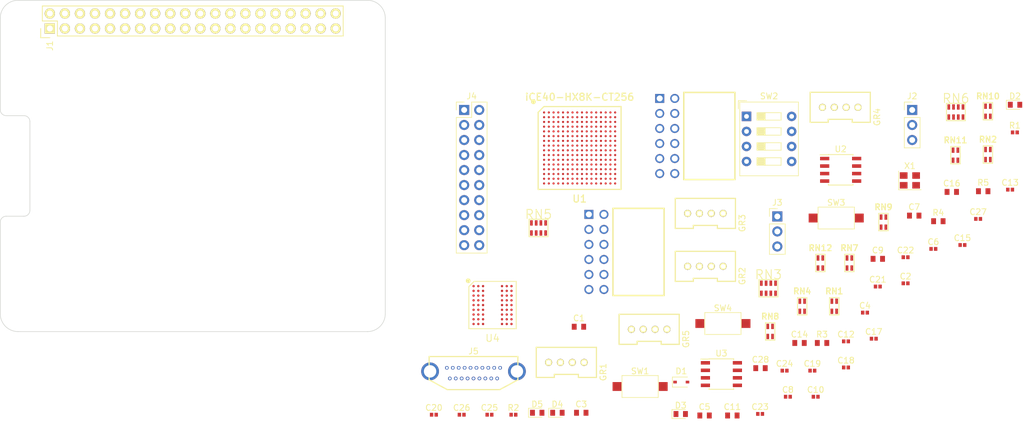
<source format=kicad_pcb>
(kicad_pcb (version 20171130) (host pcbnew "(5.0.0-rc2-dev-733-g23a9fcd91)")
  (title_block (title "CAT Board") (date 2018-05-20) (rev 0.3) (company "XESS Corp.") (comment 1 "Designed using SKiDL."))
  (layers (0 F.Cu signal) (31 B.Cu signal) (34 B.Paste user) (35 F.Paste user) (36 B.SilkS user) (37 F.SilkS user) (38 B.Mask user) (39 F.Mask user) (44 Edge.Cuts user))
  (net 0 "")
  (net 1 +3.3V)
  (net 2 GND)
  (net 3 +1.2V)
  (net 4 N$2)
  (net 5 N$1)
  (net 6 N$4)
  (net 7 N$3)
  (net 8 N$20)
  (net 9 +2.5V)
  (net 10 B$30)
  (net 11 LED_BUS0)
  (net 12 LED_BUS1)
  (net 13 B$31)
  (net 14 B$32)
  (net 15 LED_BUS2)
  (net 16 LED_BUS3)
  (net 17 B$33)
  (net 18 N$5)
  (net 19 PM1_BUS3)
  (net 20 PM1_BUS1)
  (net 21 PM2_BUS1)
  (net 22 PM2_BUS3)
  (net 23 N$6)
  (net 24 GR1-IO2)
  (net 25 GR1-IO1)
  (net 26 GR2-IO1)
  (net 27 GR2-IO2)
  (net 28 GR3-IO2)
  (net 29 GR3-IO1)
  (net 30 RASPI_GPIO1_3.3V)
  (net 31 +5V-Raspi)
  (net 32 RASPI_GPIO1_BCM2_SDA)
  (net 33 RASPI_GPIO1_BCM3_SCL)
  (net 34 RASPI_GPIO1_BCM4_GPCLK0)
  (net 35 RASPI_GPIO1_BCM14_TXD)
  (net 36 RASPI_GPIO1_BCM15_RXD)
  (net 37 RASPI_GPIO1_BCM18_PCM_C)
  (net 38 RASPI_GPIO1_BCM27_PCM_D)
  (net 39 RASPI_GPIO1_BCM23)
  (net 40 RASPI_GPIO1_BCM24)
  (net 41 RASPI_GPIO1_BCM8_CE0)
  (net 42 RASPI_GPIO1_BCM7_CE1)
  (net 43 RASPI_GPIO1_BCM5)
  (net 44 RASPI_GPIO1_BCM6)
  (net 45 RASPI_GPIO1_BCM12)
  (net 46 RASPI_GPIO1_BCM13)
  (net 47 RASPI_GPIO1_BCM19_MISO)
  (net 48 RASPI_GPIO1_BCM16)
  (net 49 RASPI_GPIO1_BCM26)
  (net 50 RASPI_GPIO1_BCM20_MOSI)
  (net 51 RASPI_GPIO1_BCM21_SCLK)
  (net 52 +5V)
  (net 53 GPIO_HDR_BUS0)
  (net 54 GPIO_HDR_BUS1)
  (net 55 GPIO_HDR_BUS2)
  (net 56 GPIO_HDR_BUS3)
  (net 57 GPIO_HDR_BUS5)
  (net 58 GPIO_HDR_BUS6)
  (net 59 GPIO_HDR_BUS7)
  (net 60 GPIO_HDR_BUS8)
  (net 61 GPIO_HDR_BUS9)
  (net 62 GPIO_HDR_BUS10)
  (net 63 GPIO_HDR_BUS11)
  (net 64 GPIO_HDR_BUS12)
  (net 65 GPIO_HDR_BUS13)
  (net 66 GPIO_HDR_BUS15)
  (net 67 GPIO_HDR_BUS16)
  (net 68 GPIO_HDR_BUS17)
  (net 69 GPIO_HDR_BUS18)
  (net 70 GPIO_HDR_BUS19)
  (net 71 N$13)
  (net 72 N$14)
  (net 73 N$9)
  (net 74 N$10)
  (net 75 N$15)
  (net 76 N$11)
  (net 77 N$12)
  (net 78 N$7)
  (net 79 N$8)
  (net 80 N$17)
  (net 81 N$16)
  (net 82 PM1_BUS5)
  (net 83 PM1_BUS0)
  (net 84 PM1_BUS4)
  (net 85 PM1_BUS7)
  (net 86 PM1_BUS2)
  (net 87 PM1_BUS6)
  (net 88 PM2_BUS6)
  (net 89 PM2_BUS2)
  (net 90 PM2_BUS7)
  (net 91 PM2_BUS4)
  (net 92 PM2_BUS0)
  (net 93 PM2_BUS5)
  (net 94 B$10)
  (net 95 BCM17)
  (net 96 RESET0)
  (net 97 CONFIG_FLASH_CS)
  (net 98 CONFIG_FLASH_SCK)
  (net 99 CONFIG_FLASH_SI)
  (net 100 CONFIG_FLASH_SO)
  (net 101 BCM0_ID_SD)
  (net 102 BCM1_ID_SC)
  (net 103 B$80)
  (net 104 B$51)
  (net 105 B$82)
  (net 106 B$83)
  (net 107 B$91)
  (net 108 B$90)
  (net 109 N$19)
  (net 110 N$18)
  (net 111 DIPSW_BUS0)
  (net 112 DIPSW_BUS1)
  (net 113 DIPSW_BUS2)
  (net 114 DIPSW_BUS3)
  (net 115 BUTTON_BUS0)
  (net 116 BUTTON_BUS1)
  (net 117 USER_CLK)
  (net 118 SD1_ADDR2)
  (net 119 SD1_ADDR0)
  (net 120 SD1_BA1)
  (net 121 SD1_CS)
  (net 122 SD1_DQM0)
  (net 123 SD1_DATA6)
  (net 124 SD1_DATA4)
  (net 125 SD1_DATA2)
  (net 126 SD1_ADDR10)
  (net 127 SD1_ADDR12)
  (net 128 SD1_BA0)
  (net 129 SD1_WE#)
  (net 130 SD1_DATA7)
  (net 131 SD1_DATA5)
  (net 132 SD1_DATA3)
  (net 133 SD1_DATA1)
  (net 134 SD1_DATA0)
  (net 135 SD1_ADDR6)
  (net 136 SD1_CKE)
  (net 137 SD1_DQM1)
  (net 138 SD1_CAS#)
  (net 139 SD1_DATA11)
  (net 140 SD1_DATA14)
  (net 141 SD1_ADDR4)
  (net 142 SD1_ADDR5)
  (net 143 SD1_ADDR11)
  (net 144 SD1_CLK)
  (net 145 SD1_DATA8)
  (net 146 SD1_RAS#)
  (net 147 SD1_DATA9)
  (net 148 SD1_DATA10)
  (net 149 SD1_DATA12)
  (net 150 SD1_DATA13)
  (module RPi_Hat:Pin_Header_Straight_2x20 (layer F.Cu) (at 32.5 4 90)
    (fp_text reference J1 (at -4.191 -24.13 270) (layer F.SilkS))
    (fp_text value RPi_GPIO)
    (pad 1 thru_hole rect (at -1.27 -24.13 90) (size 1.7272 1.7272) (drill 1.016) (layers *.Cu *.Mask F.SilkS) (net 30 RASPI_GPIO1_3.3V))
    (pad 2 thru_hole oval (at 1.27 -24.13 90) (size 1.7272 1.7272) (drill 1.016) (layers *.Cu *.Mask F.SilkS) (net 31 +5V-Raspi))
    (pad 3 thru_hole oval (at -1.27 -21.59 90) (size 1.7272 1.7272) (drill 1.016) (layers *.Cu *.Mask F.SilkS) (net 32 RASPI_GPIO1_BCM2_SDA))
    (pad 4 thru_hole oval (at 1.27 -21.59 90) (size 1.7272 1.7272) (drill 1.016) (layers *.Cu *.Mask F.SilkS) (net 31 +5V-Raspi))
    (pad 5 thru_hole oval (at -1.27 -19.05 90) (size 1.7272 1.7272) (drill 1.016) (layers *.Cu *.Mask F.SilkS) (net 33 RASPI_GPIO1_BCM3_SCL))
    (pad 6 thru_hole oval (at 1.27 -19.05 90) (size 1.7272 1.7272) (drill 1.016) (layers *.Cu *.Mask F.SilkS) (net 2 GND))
    (pad 7 thru_hole oval (at -1.27 -16.51 90) (size 1.7272 1.7272) (drill 1.016) (layers *.Cu *.Mask F.SilkS) (net 34 RASPI_GPIO1_BCM4_GPCLK0))
    (pad 8 thru_hole oval (at 1.27 -16.51 90) (size 1.7272 1.7272) (drill 1.016) (layers *.Cu *.Mask F.SilkS) (net 35 RASPI_GPIO1_BCM14_TXD))
    (pad 9 thru_hole oval (at -1.27 -13.97 90) (size 1.7272 1.7272) (drill 1.016) (layers *.Cu *.Mask F.SilkS) (net 2 GND))
    (pad 10 thru_hole oval (at 1.27 -13.97 90) (size 1.7272 1.7272) (drill 1.016) (layers *.Cu *.Mask F.SilkS) (net 36 RASPI_GPIO1_BCM15_RXD))
    (pad 11 thru_hole oval (at -1.27 -11.43 90) (size 1.7272 1.7272) (drill 1.016) (layers *.Cu *.Mask F.SilkS))
    (pad 12 thru_hole oval (at 1.27 -11.43 90) (size 1.7272 1.7272) (drill 1.016) (layers *.Cu *.Mask F.SilkS) (net 37 RASPI_GPIO1_BCM18_PCM_C))
    (pad 13 thru_hole oval (at -1.27 -8.89 90) (size 1.7272 1.7272) (drill 1.016) (layers *.Cu *.Mask F.SilkS) (net 38 RASPI_GPIO1_BCM27_PCM_D))
    (pad 14 thru_hole oval (at 1.27 -8.89 90) (size 1.7272 1.7272) (drill 1.016) (layers *.Cu *.Mask F.SilkS) (net 2 GND))
    (pad 15 thru_hole oval (at -1.27 -6.35 90) (size 1.7272 1.7272) (drill 1.016) (layers *.Cu *.Mask F.SilkS))
    (pad 16 thru_hole oval (at 1.27 -6.35 90) (size 1.7272 1.7272) (drill 1.016) (layers *.Cu *.Mask F.SilkS) (net 39 RASPI_GPIO1_BCM23))
    (pad 17 thru_hole oval (at -1.27 -3.81 90) (size 1.7272 1.7272) (drill 1.016) (layers *.Cu *.Mask F.SilkS) (net 30 RASPI_GPIO1_3.3V))
    (pad 18 thru_hole oval (at 1.27 -3.81 90) (size 1.7272 1.7272) (drill 1.016) (layers *.Cu *.Mask F.SilkS) (net 40 RASPI_GPIO1_BCM24))
    (pad 19 thru_hole oval (at -1.27 -1.27 90) (size 1.7272 1.7272) (drill 1.016) (layers *.Cu *.Mask F.SilkS))
    (pad 20 thru_hole oval (at 1.27 -1.27 90) (size 1.7272 1.7272) (drill 1.016) (layers *.Cu *.Mask F.SilkS) (net 2 GND))
    (pad 21 thru_hole oval (at -1.27 1.27 90) (size 1.7272 1.7272) (drill 1.016) (layers *.Cu *.Mask F.SilkS))
    (pad 22 thru_hole oval (at 1.27 1.27 90) (size 1.7272 1.7272) (drill 1.016) (layers *.Cu *.Mask F.SilkS))
    (pad 23 thru_hole oval (at -1.27 3.81 90) (size 1.7272 1.7272) (drill 1.016) (layers *.Cu *.Mask F.SilkS))
    (pad 24 thru_hole oval (at 1.27 3.81 90) (size 1.7272 1.7272) (drill 1.016) (layers *.Cu *.Mask F.SilkS) (net 41 RASPI_GPIO1_BCM8_CE0))
    (pad 25 thru_hole oval (at -1.27 6.35 90) (size 1.7272 1.7272) (drill 1.016) (layers *.Cu *.Mask F.SilkS) (net 2 GND))
    (pad 26 thru_hole oval (at 1.27 6.35 90) (size 1.7272 1.7272) (drill 1.016) (layers *.Cu *.Mask F.SilkS) (net 42 RASPI_GPIO1_BCM7_CE1))
    (pad 27 thru_hole oval (at -1.27 8.89 90) (size 1.7272 1.7272) (drill 1.016) (layers *.Cu *.Mask F.SilkS))
    (pad 28 thru_hole oval (at 1.27 8.89 90) (size 1.7272 1.7272) (drill 1.016) (layers *.Cu *.Mask F.SilkS))
    (pad 29 thru_hole oval (at -1.27 11.43 90) (size 1.7272 1.7272) (drill 1.016) (layers *.Cu *.Mask F.SilkS) (net 43 RASPI_GPIO1_BCM5))
    (pad 30 thru_hole oval (at 1.27 11.43 90) (size 1.7272 1.7272) (drill 1.016) (layers *.Cu *.Mask F.SilkS) (net 2 GND))
    (pad 31 thru_hole oval (at -1.27 13.97 90) (size 1.7272 1.7272) (drill 1.016) (layers *.Cu *.Mask F.SilkS) (net 44 RASPI_GPIO1_BCM6))
    (pad 32 thru_hole oval (at 1.27 13.97 90) (size 1.7272 1.7272) (drill 1.016) (layers *.Cu *.Mask F.SilkS) (net 45 RASPI_GPIO1_BCM12))
    (pad 33 thru_hole oval (at -1.27 16.51 90) (size 1.7272 1.7272) (drill 1.016) (layers *.Cu *.Mask F.SilkS) (net 46 RASPI_GPIO1_BCM13))
    (pad 34 thru_hole oval (at 1.27 16.51 90) (size 1.7272 1.7272) (drill 1.016) (layers *.Cu *.Mask F.SilkS) (net 2 GND))
    (pad 35 thru_hole oval (at -1.27 19.05 90) (size 1.7272 1.7272) (drill 1.016) (layers *.Cu *.Mask F.SilkS) (net 47 RASPI_GPIO1_BCM19_MISO))
    (pad 36 thru_hole oval (at 1.27 19.05 90) (size 1.7272 1.7272) (drill 1.016) (layers *.Cu *.Mask F.SilkS) (net 48 RASPI_GPIO1_BCM16))
    (pad 37 thru_hole oval (at -1.27 21.59 90) (size 1.7272 1.7272) (drill 1.016) (layers *.Cu *.Mask F.SilkS) (net 49 RASPI_GPIO1_BCM26))
    (pad 38 thru_hole oval (at 1.27 21.59 90) (size 1.7272 1.7272) (drill 1.016) (layers *.Cu *.Mask F.SilkS) (net 50 RASPI_GPIO1_BCM20_MOSI))
    (pad 39 thru_hole oval (at -1.27 24.13 90) (size 1.7272 1.7272) (drill 1.016) (layers *.Cu *.Mask F.SilkS) (net 2 GND))
    (pad 40 thru_hole oval (at 1.27 24.13 90) (size 1.7272 1.7272) (drill 1.016) (layers *.Cu *.Mask F.SilkS) (net 51 RASPI_GPIO1_BCM21_SCLK))
  )
  (module RPi_Hat:RPi_Hat_Mounting_Hole (layer F.Cu) (at 61.5 4)
    (fp_text reference "" hide)
    (fp_text value "" hide)
    (pad "" np_thru_hole circle (at 0 0) (size 2.75 2.75) (drill 2.75) (layers *.Cu *.Mask) (clearance 1.725))
  )
  (module RPi_Hat:RPi_Hat_Mounting_Hole (layer F.Cu) (at 61.5 53)
    (fp_text reference "" hide)
    (fp_text value "" hide)
    (pad "" np_thru_hole circle (at 0 0) (size 2.75 2.75) (drill 2.75) (layers *.Cu *.Mask) (clearance 1.725))
  )
  (module RPi_Hat:RPi_Hat_Mounting_Hole (layer F.Cu) (at 3.5 53)
    (fp_text reference "" hide)
    (fp_text value "" hide)
    (pad "" np_thru_hole circle (at 0 0) (size 2.75 2.75) (drill 2.75) (layers *.Cu *.Mask) (clearance 1.725))
  )
  (module RPi_Hat:RPi_Hat_Mounting_Hole (layer F.Cu) (at 3.5 4)
    (fp_text reference "" hide)
    (fp_text value "" hide)
    (pad "" np_thru_hole circle (at 0 0) (size 2.75 2.75) (drill 2.75) (layers *.Cu *.Mask) (clearance 1.725))
  )
  (module KiCad_V5/Capacitor_SMD.pretty:C_0603_1608Metric (layer F.Cu) (at 97.702428 55.6855)
    (fp_text reference C1 (at 0 -1.45) (layer F.SilkS))
    (fp_text value 1.0uF)
    (pad 1 smd rect (at -0.8 0) (size 0.82 1) (layers F.Cu F.Paste F.Mask) (net 1 +3.3V))
    (pad 2 smd rect (at 0.8 0) (size 0.82 1) (layers F.Cu F.Paste F.Mask) (net 2 GND))
  )
  (module KiCad_V5/Capacitor_SMD.pretty:C_0402_1005Metric (layer F.Cu) (at 152.852428 48.3455)
    (fp_text reference C2 (at 0 -1.18) (layer F.SilkS))
    (fp_text value 0.1uF)
    (pad 1 smd rect (at -0.3875 0) (size 0.575 0.65) (layers F.Cu F.Paste F.Mask) (net 1 +3.3V))
    (pad 2 smd rect (at 0.3875 0) (size 0.575 0.65) (layers F.Cu F.Paste F.Mask) (net 2 GND))
  )
  (module KiCad_V5/Capacitor_SMD.pretty:C_0603_1608Metric (layer F.Cu) (at 98.092428 70.2255)
    (fp_text reference C3 (at 0 -1.45) (layer F.SilkS))
    (fp_text value 1.0uF)
    (pad 2 smd rect (at 0.8 0) (size 0.82 1) (layers F.Cu F.Paste F.Mask) (net 2 GND))
    (pad 1 smd rect (at -0.8 0) (size 0.82 1) (layers F.Cu F.Paste F.Mask) (net 1 +3.3V))
  )
  (module KiCad_V5/Capacitor_SMD.pretty:C_0402_1005Metric (layer F.Cu) (at 146.002428 53.2955)
    (fp_text reference C4 (at 0 -1.18) (layer F.SilkS))
    (fp_text value 0.1uF)
    (pad 2 smd rect (at 0.3875 0) (size 0.575 0.65) (layers F.Cu F.Paste F.Mask) (net 2 GND))
    (pad 1 smd rect (at -0.3875 0) (size 0.575 0.65) (layers F.Cu F.Paste F.Mask) (net 1 +3.3V))
  )
  (module KiCad_V5/Capacitor_SMD.pretty:C_0603_1608Metric (layer F.Cu) (at 118.912428 70.6855)
    (fp_text reference C5 (at 0 -1.45) (layer F.SilkS))
    (fp_text value 1.0uF)
    (pad 1 smd rect (at -0.8 0) (size 0.82 1) (layers F.Cu F.Paste F.Mask) (net 1 +3.3V))
    (pad 2 smd rect (at 0.8 0) (size 0.82 1) (layers F.Cu F.Paste F.Mask) (net 2 GND))
  )
  (module KiCad_V5/Capacitor_SMD.pretty:C_0402_1005Metric (layer F.Cu) (at 157.542428 42.5255)
    (fp_text reference C6 (at 0 -1.18) (layer F.SilkS))
    (fp_text value 0.1uF)
    (pad 1 smd rect (at -0.3875 0) (size 0.575 0.65) (layers F.Cu F.Paste F.Mask) (net 1 +3.3V))
    (pad 2 smd rect (at 0.3875 0) (size 0.575 0.65) (layers F.Cu F.Paste F.Mask) (net 2 GND))
  )
  (module KiCad_V5/Capacitor_SMD.pretty:C_0603_1608Metric (layer F.Cu) (at 154.312428 36.8955)
    (fp_text reference C7 (at 0 -1.45) (layer F.SilkS))
    (fp_text value 1.0uF)
    (pad 1 smd rect (at -0.8 0) (size 0.82 1) (layers F.Cu F.Paste F.Mask) (net 1 +3.3V))
    (pad 2 smd rect (at 0.8 0) (size 0.82 1) (layers F.Cu F.Paste F.Mask) (net 2 GND))
  )
  (module KiCad_V5/Capacitor_SMD.pretty:C_0402_1005Metric (layer F.Cu) (at 132.982428 67.5155)
    (fp_text reference C8 (at 0 -1.18) (layer F.SilkS))
    (fp_text value 0.1uF)
    (pad 2 smd rect (at 0.3875 0) (size 0.575 0.65) (layers F.Cu F.Paste F.Mask) (net 2 GND))
    (pad 1 smd rect (at -0.3875 0) (size 0.575 0.65) (layers F.Cu F.Paste F.Mask) (net 1 +3.3V))
  )
  (module KiCad_V5/Capacitor_SMD.pretty:C_0603_1608Metric (layer F.Cu) (at 148.162428 44.2055)
    (fp_text reference C9 (at 0 -1.45) (layer F.SilkS))
    (fp_text value 1.0uF)
    (pad 2 smd rect (at 0.8 0) (size 0.82 1) (layers F.Cu F.Paste F.Mask) (net 2 GND))
    (pad 1 smd rect (at -0.8 0) (size 0.82 1) (layers F.Cu F.Paste F.Mask) (net 3 +1.2V))
  )
  (module KiCad_V5/Capacitor_SMD.pretty:C_0402_1005Metric (layer F.Cu) (at 137.672428 67.5155)
    (fp_text reference C10 (at 0 -1.18) (layer F.SilkS))
    (fp_text value 0.1uF)
    (pad 1 smd rect (at -0.3875 0) (size 0.575 0.65) (layers F.Cu F.Paste F.Mask) (net 3 +1.2V))
    (pad 2 smd rect (at 0.3875 0) (size 0.575 0.65) (layers F.Cu F.Paste F.Mask) (net 2 GND))
  )
  (module KiCad_V5/Capacitor_SMD.pretty:C_0603_1608Metric (layer F.Cu) (at 123.602428 70.6855)
    (fp_text reference C11 (at 0 -1.45) (layer F.SilkS))
    (fp_text value 1.0uF)
    (pad 2 smd rect (at 0.8 0) (size 0.82 1) (layers F.Cu F.Paste F.Mask) (net 2 GND))
    (pad 1 smd rect (at -0.8 0) (size 0.82 1) (layers F.Cu F.Paste F.Mask) (net 3 +1.2V))
  )
  (module KiCad_V5/Capacitor_SMD.pretty:C_0402_1005Metric (layer F.Cu) (at 142.792428 58.1555)
    (fp_text reference C12 (at 0 -1.18) (layer F.SilkS))
    (fp_text value 0.1uF)
    (pad 1 smd rect (at -0.3875 0) (size 0.575 0.65) (layers F.Cu F.Paste F.Mask) (net 3 +1.2V))
    (pad 2 smd rect (at 0.3875 0) (size 0.575 0.65) (layers F.Cu F.Paste F.Mask) (net 2 GND))
  )
  (module KiCad_V5/Capacitor_SMD.pretty:C_0402_1005Metric (layer F.Cu) (at 170.502428 32.5055)
    (fp_text reference C13 (at 0 -1.18) (layer F.SilkS))
    (fp_text value 0.1uF)
    (pad 2 smd rect (at 0.3875 0) (size 0.575 0.65) (layers F.Cu F.Paste F.Mask) (net 4 N$2))
    (pad 1 smd rect (at -0.3875 0) (size 0.575 0.65) (layers F.Cu F.Paste F.Mask) (net 5 N$1))
  )
  (module KiCad_V5/Capacitor_SMD.pretty:C_0603_1608Metric (layer F.Cu) (at 134.944333 58.4255)
    (fp_text reference C14 (at 0 -1.45) (layer F.SilkS))
    (fp_text value 10uF)
    (pad 1 smd rect (at -0.8 0) (size 0.82 1) (layers F.Cu F.Paste F.Mask) (net 5 N$1))
    (pad 2 smd rect (at 0.8 0) (size 0.82 1) (layers F.Cu F.Paste F.Mask) (net 4 N$2))
  )
  (module KiCad_V5/Capacitor_SMD.pretty:C_0402_1005Metric (layer F.Cu) (at 162.452428 41.8655)
    (fp_text reference C15 (at 0 -1.18) (layer F.SilkS))
    (fp_text value 0.1uF)
    (pad 2 smd rect (at 0.3875 0) (size 0.575 0.65) (layers F.Cu F.Paste F.Mask) (net 6 N$4))
    (pad 1 smd rect (at -0.3875 0) (size 0.575 0.65) (layers F.Cu F.Paste F.Mask) (net 7 N$3))
  )
  (module KiCad_V5/Capacitor_SMD.pretty:C_0603_1608Metric (layer F.Cu) (at 160.654333 32.8955)
    (fp_text reference C16 (at 0 -1.45) (layer F.SilkS))
    (fp_text value 10uF)
    (pad 2 smd rect (at 0.8 0) (size 0.82 1) (layers F.Cu F.Paste F.Mask) (net 6 N$4))
    (pad 1 smd rect (at -0.8 0) (size 0.82 1) (layers F.Cu F.Paste F.Mask) (net 7 N$3))
  )
  (module KiCad_V5/Capacitor_SMD.pretty:C_0402_1005Metric (layer F.Cu) (at 147.482428 57.7055)
    (fp_text reference C17 (at 0 -1.18) (layer F.SilkS))
    (fp_text value 0.1uF)
    (pad 2 smd rect (at 0.3875 0) (size 0.575 0.65) (layers F.Cu F.Paste F.Mask) (net 2 GND))
    (pad 1 smd rect (at -0.3875 0) (size 0.575 0.65) (layers F.Cu F.Paste F.Mask) (net 1 +3.3V))
  )
  (module KiCad_V5/Capacitor_SMD.pretty:C_0402_1005Metric (layer F.Cu) (at 142.792428 62.5655)
    (fp_text reference C18 (at 0 -1.18) (layer F.SilkS))
    (fp_text value 0.1uF)
    (pad 1 smd rect (at -0.3875 0) (size 0.575 0.65) (layers F.Cu F.Paste F.Mask) (net 1 +3.3V))
    (pad 2 smd rect (at 0.3875 0) (size 0.575 0.65) (layers F.Cu F.Paste F.Mask) (net 2 GND))
  )
  (module KiCad_V5/Capacitor_SMD.pretty:C_0402_1005Metric (layer F.Cu) (at 137.112428 63.1055)
    (fp_text reference C19 (at 0 -1.18) (layer F.SilkS))
    (fp_text value 0.1uF)
    (pad 2 smd rect (at 0.3875 0) (size 0.575 0.65) (layers F.Cu F.Paste F.Mask) (net 2 GND))
    (pad 1 smd rect (at -0.3875 0) (size 0.575 0.65) (layers F.Cu F.Paste F.Mask) (net 1 +3.3V))
  )
  (module KiCad_V5/Capacitor_SMD.pretty:C_0402_1005Metric (layer F.Cu) (at 73.212428 70.5555)
    (fp_text reference C20 (at 0 -1.18) (layer F.SilkS))
    (fp_text value 0.1uF)
    (pad 2 smd rect (at 0.3875 0) (size 0.575 0.65) (layers F.Cu F.Paste F.Mask) (net 2 GND))
    (pad 1 smd rect (at -0.3875 0) (size 0.575 0.65) (layers F.Cu F.Paste F.Mask) (net 1 +3.3V))
  )
  (module KiCad_V5/Capacitor_SMD.pretty:C_0402_1005Metric (layer F.Cu) (at 148.162428 48.8855)
    (fp_text reference C21 (at 0 -1.18) (layer F.SilkS))
    (fp_text value 0.1uF)
    (pad 1 smd rect (at -0.3875 0) (size 0.575 0.65) (layers F.Cu F.Paste F.Mask) (net 1 +3.3V))
    (pad 2 smd rect (at 0.3875 0) (size 0.575 0.65) (layers F.Cu F.Paste F.Mask) (net 2 GND))
  )
  (module KiCad_V5/Capacitor_SMD.pretty:C_0402_1005Metric (layer F.Cu) (at 152.852428 43.9355)
    (fp_text reference C22 (at 0 -1.18) (layer F.SilkS))
    (fp_text value 0.1uF)
    (pad 2 smd rect (at 0.3875 0) (size 0.575 0.65) (layers F.Cu F.Paste F.Mask) (net 2 GND))
    (pad 1 smd rect (at -0.3875 0) (size 0.575 0.65) (layers F.Cu F.Paste F.Mask) (net 1 +3.3V))
  )
  (module KiCad_V5/Capacitor_SMD.pretty:C_0402_1005Metric (layer F.Cu) (at 128.292428 70.4155)
    (fp_text reference C23 (at 0 -1.18) (layer F.SilkS))
    (fp_text value 0.1uF)
    (pad 1 smd rect (at -0.3875 0) (size 0.575 0.65) (layers F.Cu F.Paste F.Mask) (net 1 +3.3V))
    (pad 2 smd rect (at 0.3875 0) (size 0.575 0.65) (layers F.Cu F.Paste F.Mask) (net 2 GND))
  )
  (module KiCad_V5/Capacitor_SMD.pretty:C_0402_1005Metric (layer F.Cu) (at 132.422428 63.1055)
    (fp_text reference C24 (at 0 -1.18) (layer F.SilkS))
    (fp_text value 0.1uF)
    (pad 2 smd rect (at 0.3875 0) (size 0.575 0.65) (layers F.Cu F.Paste F.Mask) (net 2 GND))
    (pad 1 smd rect (at -0.3875 0) (size 0.575 0.65) (layers F.Cu F.Paste F.Mask) (net 1 +3.3V))
  )
  (module KiCad_V5/Capacitor_SMD.pretty:C_0402_1005Metric (layer F.Cu) (at 82.592428 70.5555)
    (fp_text reference C25 (at 0 -1.18) (layer F.SilkS))
    (fp_text value 0.1uF)
    (pad 1 smd rect (at -0.3875 0) (size 0.575 0.65) (layers F.Cu F.Paste F.Mask) (net 1 +3.3V))
    (pad 2 smd rect (at 0.3875 0) (size 0.575 0.65) (layers F.Cu F.Paste F.Mask) (net 2 GND))
  )
  (module KiCad_V5/Capacitor_SMD.pretty:C_0402_1005Metric (layer F.Cu) (at 77.902428 70.5555)
    (fp_text reference C26 (at 0 -1.18) (layer F.SilkS))
    (fp_text value 0.1uF)
    (pad 1 smd rect (at -0.3875 0) (size 0.575 0.65) (layers F.Cu F.Paste F.Mask) (net 1 +3.3V))
    (pad 2 smd rect (at 0.3875 0) (size 0.575 0.65) (layers F.Cu F.Paste F.Mask) (net 2 GND))
  )
  (module KiCad_V5/Capacitor_SMD.pretty:C_0402_1005Metric (layer F.Cu) (at 165.102428 37.4555)
    (fp_text reference C27 (at 0 -1.18) (layer F.SilkS))
    (fp_text value 0.1uF)
    (pad 1 smd rect (at -0.3875 0) (size 0.575 0.65) (layers F.Cu F.Paste F.Mask) (net 1 +3.3V))
    (pad 2 smd rect (at 0.3875 0) (size 0.575 0.65) (layers F.Cu F.Paste F.Mask) (net 2 GND))
  )
  (module KiCad_V5/Capacitor_SMD.pretty:C_0603_1608Metric (layer F.Cu) (at 128.353381 62.6855)
    (fp_text reference C28 (at 0 -1.45) (layer F.SilkS))
    (fp_text value 1uF)
    (pad 1 smd rect (at -0.8 0) (size 0.82 1) (layers F.Cu F.Paste F.Mask) (net 8 N$20))
    (pad 2 smd rect (at 0.8 0) (size 0.82 1) (layers F.Cu F.Paste F.Mask) (net 2 GND))
  )
  (module KiCad_V5/Diode_SMD.pretty:D_SOD-323 (layer F.Cu) (at 114.981001 65.0355)
    (fp_text reference D1 (at 0 -1.85) (layer F.SilkS))
    (fp_text value D)
    (pad 1 smd rect (at -1.05 0) (size 0.6 0.45) (layers F.Cu F.Paste F.Mask) (net 9 +2.5V))
    (pad 2 smd rect (at 1.05 0) (size 0.6 0.45) (layers F.Cu F.Paste F.Mask) (net 1 +3.3V))
  )
  (module KiCad_V5/LED_SMD.pretty:LED_0603_1608Metric (layer F.Cu) (at 171.336001 18.1555)
    (fp_text reference D2 (at 0 -1.45) (layer F.SilkS))
    (fp_text value LED)
    (pad 1 smd rect (at -0.8 0) (size 0.82 1) (layers F.Cu F.Paste F.Mask) (net 10 B$30))
    (pad 2 smd rect (at 0.8 0) (size 0.82 1) (layers F.Cu F.Paste F.Mask) (net 11 LED_BUS0))
  )
  (module KiCad_V5/LED_SMD.pretty:LED_0603_1608Metric (layer F.Cu) (at 114.886001 70.4355)
    (fp_text reference D3 (at 0 -1.45) (layer F.SilkS))
    (fp_text value LED)
    (pad 2 smd rect (at 0.8 0) (size 0.82 1) (layers F.Cu F.Paste F.Mask) (net 12 LED_BUS1))
    (pad 1 smd rect (at -0.8 0) (size 0.82 1) (layers F.Cu F.Paste F.Mask) (net 13 B$31))
  )
  (module KiCad_V5/LED_SMD.pretty:LED_0603_1608Metric (layer F.Cu) (at 94.066001 70.2255)
    (fp_text reference D4 (at 0 -1.45) (layer F.SilkS))
    (fp_text value LED)
    (pad 1 smd rect (at -0.8 0) (size 0.82 1) (layers F.Cu F.Paste F.Mask) (net 14 B$32))
    (pad 2 smd rect (at 0.8 0) (size 0.82 1) (layers F.Cu F.Paste F.Mask) (net 15 LED_BUS2))
  )
  (module KiCad_V5/LED_SMD.pretty:LED_0603_1608Metric (layer F.Cu) (at 90.656001 70.2255)
    (fp_text reference D5 (at 0 -1.45) (layer F.SilkS))
    (fp_text value LED)
    (pad 2 smd rect (at 0.8 0) (size 0.82 1) (layers F.Cu F.Paste F.Mask) (net 16 LED_BUS3))
    (pad 1 smd rect (at -0.8 0) (size 0.82 1) (layers F.Cu F.Paste F.Mask) (net 17 B$33))
  )
  (module xesscorp/xess.pretty:GROVE_MALE (layer F.Cu) (at 95.5776 61.709601)
    (fp_text reference GR1 (at 6.223 1.651 90) (layer F.SilkS) (effects (font (size 1.016 1.016) (thickness 0.1524))))
    (fp_text value Grove_Male hide)
    (pad 3 thru_hole circle (at 1.00076 0) (size 1.2 1.2) (drill 0.76) (layers *.Cu *.Mask F.SilkS) (net 18 N$5))
    (pad 2 thru_hole circle (at -1.00076 0) (size 1.2 1.2) (drill 0.76) (layers *.Cu *.Mask F.SilkS) (net 19 PM1_BUS3))
    (pad 4 thru_hole circle (at 2.99974 0) (size 1.2 1.2) (drill 0.76) (layers *.Cu *.Mask F.SilkS) (net 2 GND))
    (pad 1 thru_hole circle (at -2.99974 0) (size 1.2 1.2) (drill 0.76) (layers *.Cu *.Mask F.SilkS) (net 20 PM1_BUS1))
  )
  (module xesscorp/xess.pretty:GROVE_MALE (layer F.Cu) (at 119.0476 45.469601)
    (fp_text reference GR2 (at 6.223 1.651 90) (layer F.SilkS) (effects (font (size 1.016 1.016) (thickness 0.1524))))
    (fp_text value Grove_Male hide)
    (pad 1 thru_hole circle (at -2.99974 0) (size 1.2 1.2) (drill 0.76) (layers *.Cu *.Mask F.SilkS) (net 21 PM2_BUS1))
    (pad 4 thru_hole circle (at 2.99974 0) (size 1.2 1.2) (drill 0.76) (layers *.Cu *.Mask F.SilkS) (net 2 GND))
    (pad 2 thru_hole circle (at -1.00076 0) (size 1.2 1.2) (drill 0.76) (layers *.Cu *.Mask F.SilkS) (net 22 PM2_BUS3))
    (pad 3 thru_hole circle (at 1.00076 0) (size 1.2 1.2) (drill 0.76) (layers *.Cu *.Mask F.SilkS) (net 23 N$6))
  )
  (module xesscorp/xess.pretty:GROVE_MALE (layer F.Cu) (at 119.0476 36.519601)
    (fp_text reference GR3 (at 6.223 1.651 90) (layer F.SilkS) (effects (font (size 1.016 1.016) (thickness 0.1524))))
    (fp_text value Grove_Male hide)
    (pad 3 thru_hole circle (at 1.00076 0) (size 1.2 1.2) (drill 0.76) (layers *.Cu *.Mask F.SilkS) (net 1 +3.3V))
    (pad 2 thru_hole circle (at -1.00076 0) (size 1.2 1.2) (drill 0.76) (layers *.Cu *.Mask F.SilkS) (net 24 GR1-IO2))
    (pad 4 thru_hole circle (at 2.99974 0) (size 1.2 1.2) (drill 0.76) (layers *.Cu *.Mask F.SilkS) (net 2 GND))
    (pad 1 thru_hole circle (at -2.99974 0) (size 1.2 1.2) (drill 0.76) (layers *.Cu *.Mask F.SilkS) (net 25 GR1-IO1))
  )
  (module xesscorp/xess.pretty:GROVE_MALE (layer F.Cu) (at 141.8176 18.589601)
    (fp_text reference GR4 (at 6.223 1.651 90) (layer F.SilkS) (effects (font (size 1.016 1.016) (thickness 0.1524))))
    (fp_text value Grove_Male hide)
    (pad 1 thru_hole circle (at -2.99974 0) (size 1.2 1.2) (drill 0.76) (layers *.Cu *.Mask F.SilkS) (net 26 GR2-IO1))
    (pad 4 thru_hole circle (at 2.99974 0) (size 1.2 1.2) (drill 0.76) (layers *.Cu *.Mask F.SilkS) (net 2 GND))
    (pad 2 thru_hole circle (at -1.00076 0) (size 1.2 1.2) (drill 0.76) (layers *.Cu *.Mask F.SilkS) (net 27 GR2-IO2))
    (pad 3 thru_hole circle (at 1.00076 0) (size 1.2 1.2) (drill 0.76) (layers *.Cu *.Mask F.SilkS) (net 1 +3.3V))
  )
  (module xesscorp/xess.pretty:GROVE_MALE (layer F.Cu) (at 109.5576 56.119601)
    (fp_text reference GR5 (at 6.223 1.651 90) (layer F.SilkS) (effects (font (size 1.016 1.016) (thickness 0.1524))))
    (fp_text value Grove_Male hide)
    (pad 3 thru_hole circle (at 1.00076 0) (size 1.2 1.2) (drill 0.76) (layers *.Cu *.Mask F.SilkS) (net 1 +3.3V))
    (pad 2 thru_hole circle (at -1.00076 0) (size 1.2 1.2) (drill 0.76) (layers *.Cu *.Mask F.SilkS) (net 28 GR3-IO2))
    (pad 4 thru_hole circle (at 2.99974 0) (size 1.2 1.2) (drill 0.76) (layers *.Cu *.Mask F.SilkS) (net 2 GND))
    (pad 1 thru_hole circle (at -2.99974 0) (size 1.2 1.2) (drill 0.76) (layers *.Cu *.Mask F.SilkS) (net 29 GR3-IO1))
  )
  (module KiCad_V5/Connector_PinHeader_2.54mm.pretty:PinHeader_1x03_P2.54mm_Vertical (layer F.Cu) (at 153.968619 19.0355)
    (fp_text reference J2 (at 0 -2.33) (layer F.SilkS))
    (fp_text value Conn_01x03)
    (pad 1 thru_hole rect (at 0 0) (size 1.7 1.7) (drill 1) (layers *.Cu *.Mask) (net 1 +3.3V))
    (pad 2 thru_hole oval (at 0 2.54) (size 1.7 1.7) (drill 1) (layers *.Cu *.Mask) (net 18 N$5))
    (pad 3 thru_hole oval (at 0 5.08) (size 1.7 1.7) (drill 1) (layers *.Cu *.Mask) (net 52 +5V))
  )
  (module KiCad_V5/Connector_PinHeader_2.54mm.pretty:PinHeader_1x03_P2.54mm_Vertical (layer F.Cu) (at 131.198619 37.0355)
    (fp_text reference J3 (at 0 -2.33) (layer F.SilkS))
    (fp_text value Conn_01x03)
    (pad 3 thru_hole oval (at 0 5.08) (size 1.7 1.7) (drill 1) (layers *.Cu *.Mask) (net 52 +5V))
    (pad 2 thru_hole oval (at 0 2.54) (size 1.7 1.7) (drill 1) (layers *.Cu *.Mask) (net 23 N$6))
    (pad 1 thru_hole rect (at 0 0) (size 1.7 1.7) (drill 1) (layers *.Cu *.Mask) (net 1 +3.3V))
  )
  (module KiCad_V5/Connector_PinHeader_2.54mm.pretty:PinHeader_2x10_P2.54mm_Vertical (layer F.Cu) (at 78.323381 19.0355)
    (fp_text reference J4 (at 1.27 -2.33) (layer F.SilkS))
    (fp_text value Conn_02x10_Odd_Even)
    (pad 1 thru_hole rect (at 0 0) (size 1.7 1.7) (drill 1) (layers *.Cu *.Mask) (net 53 GPIO_HDR_BUS0))
    (pad 2 thru_hole oval (at 2.54 0) (size 1.7 1.7) (drill 1) (layers *.Cu *.Mask) (net 54 GPIO_HDR_BUS1))
    (pad 3 thru_hole oval (at 0 2.54) (size 1.7 1.7) (drill 1) (layers *.Cu *.Mask) (net 55 GPIO_HDR_BUS2))
    (pad 4 thru_hole oval (at 2.54 2.54) (size 1.7 1.7) (drill 1) (layers *.Cu *.Mask) (net 56 GPIO_HDR_BUS3))
    (pad 5 thru_hole oval (at 0 5.08) (size 1.7 1.7) (drill 1) (layers *.Cu *.Mask) (net 1 +3.3V))
    (pad 6 thru_hole oval (at 2.54 5.08) (size 1.7 1.7) (drill 1) (layers *.Cu *.Mask) (net 57 GPIO_HDR_BUS5))
    (pad 7 thru_hole oval (at 0 7.62) (size 1.7 1.7) (drill 1) (layers *.Cu *.Mask) (net 58 GPIO_HDR_BUS6))
    (pad 8 thru_hole oval (at 2.54 7.62) (size 1.7 1.7) (drill 1) (layers *.Cu *.Mask) (net 59 GPIO_HDR_BUS7))
    (pad 9 thru_hole oval (at 0 10.16) (size 1.7 1.7) (drill 1) (layers *.Cu *.Mask) (net 60 GPIO_HDR_BUS8))
    (pad 10 thru_hole oval (at 2.54 10.16) (size 1.7 1.7) (drill 1) (layers *.Cu *.Mask) (net 61 GPIO_HDR_BUS9))
    (pad 11 thru_hole oval (at 0 12.7) (size 1.7 1.7) (drill 1) (layers *.Cu *.Mask) (net 62 GPIO_HDR_BUS10))
    (pad 12 thru_hole oval (at 2.54 12.7) (size 1.7 1.7) (drill 1) (layers *.Cu *.Mask) (net 63 GPIO_HDR_BUS11))
    (pad 13 thru_hole oval (at 0 15.24) (size 1.7 1.7) (drill 1) (layers *.Cu *.Mask) (net 64 GPIO_HDR_BUS12))
    (pad 14 thru_hole oval (at 2.54 15.24) (size 1.7 1.7) (drill 1) (layers *.Cu *.Mask) (net 65 GPIO_HDR_BUS13))
    (pad 15 thru_hole oval (at 0 17.78) (size 1.7 1.7) (drill 1) (layers *.Cu *.Mask) (net 2 GND))
    (pad 16 thru_hole oval (at 2.54 17.78) (size 1.7 1.7) (drill 1) (layers *.Cu *.Mask) (net 66 GPIO_HDR_BUS15))
    (pad 17 thru_hole oval (at 0 20.32) (size 1.7 1.7) (drill 1) (layers *.Cu *.Mask) (net 67 GPIO_HDR_BUS16))
    (pad 18 thru_hole oval (at 2.54 20.32) (size 1.7 1.7) (drill 1) (layers *.Cu *.Mask) (net 68 GPIO_HDR_BUS17))
    (pad 19 thru_hole oval (at 0 22.86) (size 1.7 1.7) (drill 1) (layers *.Cu *.Mask) (net 69 GPIO_HDR_BUS18))
    (pad 20 thru_hole oval (at 2.54 22.86) (size 1.7 1.7) (drill 1) (layers *.Cu *.Mask) (net 70 GPIO_HDR_BUS19))
  )
  (module xesscorp/xess.pretty:HD10-003 (layer F.Cu) (at 79.8985 62.6255)
    (fp_text reference J5 (at 0 -2.8) (layer F.SilkS))
    (fp_text value HDMI-FEMALE)
    (pad SH thru_hole circle (at 7.3325 0.6) (size 3 3) (drill 2.1) (layers *.Cu *.Mask) (net 8 N$20))
    (pad 1 thru_hole circle (at 4.5 0) (size 0.6096 0.6096) (drill 0.3556) (layers *.Cu *.Mask) (net 71 N$13))
    (pad 3 thru_hole circle (at 3.5 0) (size 0.6096 0.6096) (drill 0.3556) (layers *.Cu *.Mask) (net 72 N$14))
    (pad 5 thru_hole circle (at 2.5 0) (size 0.6096 0.6096) (drill 0.3556) (layers *.Cu *.Mask) (net 2 GND))
    (pad 7 thru_hole circle (at 1.5 0) (size 0.6096 0.6096) (drill 0.3556) (layers *.Cu *.Mask) (net 73 N$9))
    (pad 9 thru_hole circle (at 0.5 0) (size 0.6096 0.6096) (drill 0.3556) (layers *.Cu *.Mask) (net 74 N$10))
    (pad 11 thru_hole circle (at -0.5 0) (size 0.6096 0.6096) (drill 0.3556) (layers *.Cu *.Mask) (net 2 GND))
    (pad 13 thru_hole circle (at -1.5 0) (size 0.6096 0.6096) (drill 0.3556) (layers *.Cu *.Mask))
    (pad 15 thru_hole circle (at -2.5 0) (size 0.6096 0.6096) (drill 0.3556) (layers *.Cu *.Mask) (net 75 N$15))
    (pad 17 thru_hole circle (at -3.5 0) (size 0.6096 0.6096) (drill 0.3556) (layers *.Cu *.Mask) (net 2 GND))
    (pad 19 thru_hole circle (at -4.5 0) (size 0.6096 0.6096) (drill 0.3556) (layers *.Cu *.Mask) (net 2 GND))
    (pad 2 thru_hole circle (at 4 1.8) (size 0.6096 0.6096) (drill 0.3556) (layers *.Cu *.Mask) (net 2 GND))
    (pad 4 thru_hole circle (at 3 1.8) (size 0.6096 0.6096) (drill 0.3556) (layers *.Cu *.Mask) (net 76 N$11))
    (pad 6 thru_hole circle (at 2 1.8) (size 0.6096 0.6096) (drill 0.3556) (layers *.Cu *.Mask) (net 77 N$12))
    (pad 8 thru_hole circle (at 1 1.8) (size 0.6096 0.6096) (drill 0.3556) (layers *.Cu *.Mask) (net 2 GND))
    (pad 10 thru_hole circle (at 0 1.8) (size 0.6096 0.6096) (drill 0.3556) (layers *.Cu *.Mask) (net 78 N$7))
    (pad 12 thru_hole circle (at -1 1.8) (size 0.6096 0.6096) (drill 0.3556) (layers *.Cu *.Mask) (net 79 N$8))
    (pad 14 thru_hole circle (at -2 1.8) (size 0.6096 0.6096) (drill 0.3556) (layers *.Cu *.Mask) (net 2 GND))
    (pad 16 thru_hole circle (at -3 1.8) (size 0.6096 0.6096) (drill 0.3556) (layers *.Cu *.Mask) (net 80 N$17))
    (pad 18 thru_hole circle (at -4 1.8) (size 0.6096 0.6096) (drill 0.3556) (layers *.Cu *.Mask) (net 81 N$16))
    (pad SH thru_hole circle (at -7.3325 0.6) (size 3 3) (drill 2.1) (layers *.Cu *.Mask) (net 8 N$20))
  )
  (module xesscorp/xess.pretty:PMOD_SCKT-12 (layer F.Cu) (at 100.650047 43.039001)
    (fp_text reference PM1 hide)
    (fp_text value ~PMOD_SCKT-12 hide)
    (pad 9 thru_hole circle (at 1.27 -1.27 270) (size 1.524 1.524) (drill 1.016) (layers *.Cu *.Mask) (net 82 PM1_BUS5))
    (pad 1 thru_hole rect (at -1.27 -6.35) (size 1.524 1.524) (drill 1.016) (layers *.Cu *.Mask) (net 83 PM1_BUS0))
    (pad 3 thru_hole circle (at -1.27 -1.27 270) (size 1.524 1.524) (drill 1.016) (layers *.Cu *.Mask) (net 84 PM1_BUS4))
    (pad 5 thru_hole circle (at -1.27 3.81 270) (size 1.524 1.524) (drill 1.016) (layers *.Cu *.Mask) (net 2 GND))
    (pad 7 thru_hole circle (at 1.27 -6.35 270) (size 1.524 1.524) (drill 1.016) (layers *.Cu *.Mask) (net 20 PM1_BUS1))
    (pad 11 thru_hole circle (at 1.27 3.81 270) (size 1.524 1.524) (drill 1.016) (layers *.Cu *.Mask) (net 2 GND))
    (pad 10 thru_hole circle (at 1.27 1.27 270) (size 1.524 1.524) (drill 1.016) (layers *.Cu *.Mask) (net 85 PM1_BUS7))
    (pad 2 thru_hole circle (at -1.27 -3.81 270) (size 1.524 1.524) (drill 1.016) (layers *.Cu *.Mask) (net 86 PM1_BUS2))
    (pad 4 thru_hole circle (at -1.27 1.27 270) (size 1.524 1.524) (drill 1.016) (layers *.Cu *.Mask) (net 87 PM1_BUS6))
    (pad 6 thru_hole circle (at -1.27 6.35 270) (size 1.524 1.524) (drill 1.016) (layers *.Cu *.Mask) (net 18 N$5))
    (pad 8 thru_hole circle (at 1.27 -3.81 270) (size 1.524 1.524) (drill 1.016) (layers *.Cu *.Mask) (net 19 PM1_BUS3))
    (pad 12 thru_hole circle (at 1.27 6.35 270) (size 1.524 1.524) (drill 1.016) (layers *.Cu *.Mask) (net 18 N$5))
  )
  (module xesscorp/xess.pretty:PMOD_SCKT-12 (layer F.Cu) (at 112.610047 23.439001)
    (fp_text reference PM2 hide)
    (fp_text value ~PMOD_SCKT-12 hide)
    (pad 12 thru_hole circle (at 1.27 6.35 270) (size 1.524 1.524) (drill 1.016) (layers *.Cu *.Mask) (net 23 N$6))
    (pad 8 thru_hole circle (at 1.27 -3.81 270) (size 1.524 1.524) (drill 1.016) (layers *.Cu *.Mask) (net 22 PM2_BUS3))
    (pad 6 thru_hole circle (at -1.27 6.35 270) (size 1.524 1.524) (drill 1.016) (layers *.Cu *.Mask) (net 23 N$6))
    (pad 4 thru_hole circle (at -1.27 1.27 270) (size 1.524 1.524) (drill 1.016) (layers *.Cu *.Mask) (net 88 PM2_BUS6))
    (pad 2 thru_hole circle (at -1.27 -3.81 270) (size 1.524 1.524) (drill 1.016) (layers *.Cu *.Mask) (net 89 PM2_BUS2))
    (pad 10 thru_hole circle (at 1.27 1.27 270) (size 1.524 1.524) (drill 1.016) (layers *.Cu *.Mask) (net 90 PM2_BUS7))
    (pad 11 thru_hole circle (at 1.27 3.81 270) (size 1.524 1.524) (drill 1.016) (layers *.Cu *.Mask) (net 2 GND))
    (pad 7 thru_hole circle (at 1.27 -6.35 270) (size 1.524 1.524) (drill 1.016) (layers *.Cu *.Mask) (net 21 PM2_BUS1))
    (pad 5 thru_hole circle (at -1.27 3.81 270) (size 1.524 1.524) (drill 1.016) (layers *.Cu *.Mask) (net 2 GND))
    (pad 3 thru_hole circle (at -1.27 -1.27 270) (size 1.524 1.524) (drill 1.016) (layers *.Cu *.Mask) (net 91 PM2_BUS4))
    (pad 1 thru_hole rect (at -1.27 -6.35) (size 1.524 1.524) (drill 1.016) (layers *.Cu *.Mask) (net 92 PM2_BUS0))
    (pad 9 thru_hole circle (at 1.27 -1.27 270) (size 1.524 1.524) (drill 1.016) (layers *.Cu *.Mask) (net 93 PM2_BUS5))
  )
  (module KiCad_V5/Resistor_SMD.pretty:R_0402_1005Metric (layer F.Cu) (at 171.309571 22.8355)
    (fp_text reference R1 (at 0 -1.18) (layer F.SilkS))
    (fp_text value 100)
    (pad 2 smd rect (at 0.3875 0) (size 0.575 0.65) (layers F.Cu F.Paste F.Mask) (net 5 N$1))
    (pad 1 smd rect (at -0.3875 0) (size 0.575 0.65) (layers F.Cu F.Paste F.Mask) (net 3 +1.2V))
  )
  (module KiCad_V5/Resistor_SMD.pretty:R_0402_1005Metric (layer F.Cu) (at 86.639571 70.5555)
    (fp_text reference R2 (at 0 -1.18) (layer F.SilkS))
    (fp_text value 100)
    (pad 1 smd rect (at -0.3875 0) (size 0.575 0.65) (layers F.Cu F.Paste F.Mask) (net 3 +1.2V))
    (pad 2 smd rect (at 0.3875 0) (size 0.575 0.65) (layers F.Cu F.Paste F.Mask) (net 7 N$3))
  )
  (module KiCad_V5/Resistor_SMD.pretty:R_0603_1608Metric (layer F.Cu) (at 138.749571 58.4255)
    (fp_text reference R3 (at 0 -1.45) (layer F.SilkS))
    (fp_text value 330)
    (pad 1 smd rect (at -0.8 0) (size 0.82 1) (layers F.Cu F.Paste F.Mask) (net 94 B$10))
    (pad 2 smd rect (at 0.8 0) (size 0.82 1) (layers F.Cu F.Paste F.Mask) (net 2 GND))
  )
  (module KiCad_V5/Resistor_SMD.pretty:R_0603_1608Metric (layer F.Cu) (at 158.383381 37.8455)
    (fp_text reference R4 (at 0 -1.45) (layer F.SilkS))
    (fp_text value 10K)
    (pad 2 smd rect (at 0.8 0) (size 0.82 1) (layers F.Cu F.Paste F.Mask) (net 81 N$16))
    (pad 1 smd rect (at -0.8 0) (size 0.82 1) (layers F.Cu F.Paste F.Mask) (net 2 GND))
  )
  (module KiCad_V5/Resistor_SMD.pretty:R_0603_1608Metric (layer F.Cu) (at 165.959571 32.7755)
    (fp_text reference R5 (at 0 -1.45) (layer F.SilkS))
    (fp_text value 100K)
    (pad 1 smd rect (at -0.8 0) (size 0.82 1) (layers F.Cu F.Paste F.Mask) (net 8 N$20))
    (pad 2 smd rect (at 0.8 0) (size 0.82 1) (layers F.Cu F.Paste F.Mask) (net 2 GND))
  )
  (module xesscorp/xess.pretty:CTS_742C043 (layer F.Cu) (at 140.808485 52.21875)
    (fp_text reference RN1 (at 0 -2.54) (layer F.SilkS) (effects (font (thickness 0.203))))
    (fp_text value 4.7K hide)
    (pad 1 smd rect (at -0.4 0.85) (size 0.45 0.9) (layers F.Cu F.Paste F.Mask) (net 1 +3.3V))
    (pad 2 smd rect (at 0.4 0.85) (size 0.45 0.9) (layers F.Cu F.Paste F.Mask) (net 1 +3.3V))
    (pad 3 smd rect (at 0.4 -0.85) (size 0.45 0.9) (layers F.Cu F.Paste F.Mask) (net 95 BCM17))
    (pad 4 smd rect (at -0.4 -0.85) (size 0.45 0.9) (layers F.Cu F.Paste F.Mask) (net 96 RESET0))
  )
  (module xesscorp/xess.pretty:CTS_742C043 (layer F.Cu) (at 166.758485 26.56875)
    (fp_text reference RN2 (at 0 -2.54) (layer F.SilkS) (effects (font (thickness 0.203))))
    (fp_text value 4.7K hide)
    (pad 1 smd rect (at -0.4 0.85) (size 0.45 0.9) (layers F.Cu F.Paste F.Mask) (net 1 +3.3V))
    (pad 2 smd rect (at 0.4 0.85) (size 0.45 0.9) (layers F.Cu F.Paste F.Mask) (net 1 +3.3V))
    (pad 3 smd rect (at 0.4 -0.85) (size 0.45 0.9) (layers F.Cu F.Paste F.Mask) (net 97 CONFIG_FLASH_CS))
    (pad 4 smd rect (at -0.4 -0.85) (size 0.45 0.9) (layers F.Cu F.Paste F.Mask) (net 98 CONFIG_FLASH_SCK))
  )
  (module xesscorp/xess.pretty:CTS_742C083 (layer F.Cu) (at 129.6982 49.17338)
    (fp_text reference RN3 (at 0 -2.3) (layer F.SilkS) (effects (font (size 1.524 1.524) (thickness 0.1524))))
    (fp_text value 100 hide)
    (pad 1 smd rect (at -1.2 0.85) (size 0.45 0.9) (layers F.Cu F.Paste F.Mask))
    (pad 2 smd rect (at -0.4 0.85) (size 0.45 0.9) (layers F.Cu F.Paste F.Mask))
    (pad 3 smd rect (at 0.4 0.85) (size 0.45 0.9) (layers F.Cu F.Paste F.Mask))
    (pad 4 smd rect (at 1.2 0.85) (size 0.45 0.9) (layers F.Cu F.Paste F.Mask))
    (pad 5 smd rect (at 1.2 -0.85) (size 0.45 0.9) (layers F.Cu F.Paste F.Mask) (net 98 CONFIG_FLASH_SCK))
    (pad 6 smd rect (at 0.4 -0.85) (size 0.45 0.9) (layers F.Cu F.Paste F.Mask) (net 97 CONFIG_FLASH_CS))
    (pad 7 smd rect (at -0.4 -0.85) (size 0.45 0.9) (layers F.Cu F.Paste F.Mask) (net 99 CONFIG_FLASH_SI))
    (pad 8 smd rect (at -1.2 -0.85) (size 0.45 0.9) (layers F.Cu F.Paste F.Mask) (net 100 CONFIG_FLASH_SO))
  )
  (module xesscorp/xess.pretty:CTS_742C043 (layer F.Cu) (at 135.3982 52.21875)
    (fp_text reference RN4 (at 0 -2.54) (layer F.SilkS) (effects (font (thickness 0.203))))
    (fp_text value RN2 hide)
    (pad 4 smd rect (at -0.4 -0.85) (size 0.45 0.9) (layers F.Cu F.Paste F.Mask) (net 1 +3.3V))
    (pad 3 smd rect (at 0.4 -0.85) (size 0.45 0.9) (layers F.Cu F.Paste F.Mask) (net 1 +3.3V))
    (pad 2 smd rect (at 0.4 0.85) (size 0.45 0.9) (layers F.Cu F.Paste F.Mask) (net 101 BCM0_ID_SD))
    (pad 1 smd rect (at -0.4 0.85) (size 0.45 0.9) (layers F.Cu F.Paste F.Mask) (net 102 BCM1_ID_SC))
  )
  (module xesscorp/xess.pretty:CTS_742C083 (layer F.Cu) (at 90.8782 38.98338)
    (fp_text reference RN5 (at 0 -2.3) (layer F.SilkS) (effects (font (size 1.524 1.524) (thickness 0.1524))))
    (fp_text value 330 hide)
    (pad 8 smd rect (at -1.2 -0.85) (size 0.45 0.9) (layers F.Cu F.Paste F.Mask) (net 2 GND))
    (pad 7 smd rect (at -0.4 -0.85) (size 0.45 0.9) (layers F.Cu F.Paste F.Mask) (net 2 GND))
    (pad 6 smd rect (at 0.4 -0.85) (size 0.45 0.9) (layers F.Cu F.Paste F.Mask) (net 2 GND))
    (pad 5 smd rect (at 1.2 -0.85) (size 0.45 0.9) (layers F.Cu F.Paste F.Mask) (net 2 GND))
    (pad 4 smd rect (at 1.2 0.85) (size 0.45 0.9) (layers F.Cu F.Paste F.Mask) (net 17 B$33))
    (pad 3 smd rect (at 0.4 0.85) (size 0.45 0.9) (layers F.Cu F.Paste F.Mask) (net 14 B$32))
    (pad 2 smd rect (at -0.4 0.85) (size 0.45 0.9) (layers F.Cu F.Paste F.Mask) (net 13 B$31))
    (pad 1 smd rect (at -1.2 0.85) (size 0.45 0.9) (layers F.Cu F.Paste F.Mask) (net 10 B$30))
  )
  (module xesscorp/xess.pretty:CTS_742C083 (layer F.Cu) (at 161.3482 19.38338)
    (fp_text reference RN6 (at 0 -2.3) (layer F.SilkS) (effects (font (size 1.524 1.524) (thickness 0.1524))))
    (fp_text value 330 hide)
    (pad 1 smd rect (at -1.2 0.85) (size 0.45 0.9) (layers F.Cu F.Paste F.Mask) (net 103 B$80))
    (pad 2 smd rect (at -0.4 0.85) (size 0.45 0.9) (layers F.Cu F.Paste F.Mask) (net 104 B$51))
    (pad 3 smd rect (at 0.4 0.85) (size 0.45 0.9) (layers F.Cu F.Paste F.Mask) (net 105 B$82))
    (pad 4 smd rect (at 1.2 0.85) (size 0.45 0.9) (layers F.Cu F.Paste F.Mask) (net 106 B$83))
    (pad 5 smd rect (at 1.2 -0.85) (size 0.45 0.9) (layers F.Cu F.Paste F.Mask) (net 2 GND))
    (pad 6 smd rect (at 0.4 -0.85) (size 0.45 0.9) (layers F.Cu F.Paste F.Mask) (net 2 GND))
    (pad 7 smd rect (at -0.4 -0.85) (size 0.45 0.9) (layers F.Cu F.Paste F.Mask) (net 2 GND))
    (pad 8 smd rect (at -1.2 -0.85) (size 0.45 0.9) (layers F.Cu F.Paste F.Mask) (net 2 GND))
  )
  (module xesscorp/xess.pretty:CTS_742C043 (layer F.Cu) (at 143.369343 44.90875)
    (fp_text reference RN7 (at 0 -2.54) (layer F.SilkS) (effects (font (thickness 0.203))))
    (fp_text value 330 hide)
    (pad 4 smd rect (at -0.4 -0.85) (size 0.45 0.9) (layers F.Cu F.Paste F.Mask) (net 2 GND))
    (pad 3 smd rect (at 0.4 -0.85) (size 0.45 0.9) (layers F.Cu F.Paste F.Mask) (net 2 GND))
    (pad 2 smd rect (at 0.4 0.85) (size 0.45 0.9) (layers F.Cu F.Paste F.Mask) (net 107 B$91))
    (pad 1 smd rect (at -0.4 0.85) (size 0.45 0.9) (layers F.Cu F.Paste F.Mask) (net 108 B$90))
  )
  (module xesscorp/xess.pretty:CTS_742C043 (layer F.Cu) (at 129.988485 56.47875)
    (fp_text reference RN8 (at 0 -2.54) (layer F.SilkS) (effects (font (thickness 0.203))))
    (fp_text value 4.7K hide)
    (pad 1 smd rect (at -0.4 0.85) (size 0.45 0.9) (layers F.Cu F.Paste F.Mask) (net 25 GR1-IO1))
    (pad 2 smd rect (at 0.4 0.85) (size 0.45 0.9) (layers F.Cu F.Paste F.Mask) (net 24 GR1-IO2))
    (pad 3 smd rect (at 0.4 -0.85) (size 0.45 0.9) (layers F.Cu F.Paste F.Mask) (net 1 +3.3V))
    (pad 4 smd rect (at -0.4 -0.85) (size 0.45 0.9) (layers F.Cu F.Paste F.Mask) (net 1 +3.3V))
  )
  (module xesscorp/xess.pretty:CTS_742C043 (layer F.Cu) (at 149.118485 37.99875)
    (fp_text reference RN9 (at 0 -2.54) (layer F.SilkS) (effects (font (thickness 0.203))))
    (fp_text value 4.7K hide)
    (pad 1 smd rect (at -0.4 0.85) (size 0.45 0.9) (layers F.Cu F.Paste F.Mask) (net 26 GR2-IO1))
    (pad 2 smd rect (at 0.4 0.85) (size 0.45 0.9) (layers F.Cu F.Paste F.Mask) (net 27 GR2-IO2))
    (pad 3 smd rect (at 0.4 -0.85) (size 0.45 0.9) (layers F.Cu F.Paste F.Mask) (net 1 +3.3V))
    (pad 4 smd rect (at -0.4 -0.85) (size 0.45 0.9) (layers F.Cu F.Paste F.Mask) (net 1 +3.3V))
  )
  (module xesscorp/xess.pretty:CTS_742C043 (layer F.Cu) (at 166.758485 19.25875)
    (fp_text reference RN10 (at 0 -2.54) (layer F.SilkS) (effects (font (thickness 0.203))))
    (fp_text value 4.7K hide)
    (pad 4 smd rect (at -0.4 -0.85) (size 0.45 0.9) (layers F.Cu F.Paste F.Mask) (net 1 +3.3V))
    (pad 3 smd rect (at 0.4 -0.85) (size 0.45 0.9) (layers F.Cu F.Paste F.Mask) (net 1 +3.3V))
    (pad 2 smd rect (at 0.4 0.85) (size 0.45 0.9) (layers F.Cu F.Paste F.Mask) (net 28 GR3-IO2))
    (pad 1 smd rect (at -0.4 0.85) (size 0.45 0.9) (layers F.Cu F.Paste F.Mask) (net 29 GR3-IO1))
  )
  (module xesscorp/xess.pretty:CTS_742C043 (layer F.Cu) (at 161.275628 26.68875)
    (fp_text reference RN11 (at 0 -2.54) (layer F.SilkS) (effects (font (thickness 0.203))))
    (fp_text value 2K0 hide)
    (pad 1 smd rect (at -0.4 0.85) (size 0.45 0.9) (layers F.Cu F.Paste F.Mask) (net 75 N$15))
    (pad 2 smd rect (at 0.4 0.85) (size 0.45 0.9) (layers F.Cu F.Paste F.Mask) (net 80 N$17))
    (pad 3 smd rect (at 0.4 -0.85) (size 0.45 0.9) (layers F.Cu F.Paste F.Mask) (net 81 N$16))
    (pad 4 smd rect (at -0.4 -0.85) (size 0.45 0.9) (layers F.Cu F.Paste F.Mask) (net 81 N$16))
  )
  (module xesscorp/xess.pretty:CTS_742C043 (layer F.Cu) (at 138.469343 44.90875)
    (fp_text reference RN12 (at 0 -2.54) (layer F.SilkS) (effects (font (thickness 0.203))))
    (fp_text value 100 hide)
    (pad 4 smd rect (at -0.4 -0.85) (size 0.45 0.9) (layers F.Cu F.Paste F.Mask) (net 75 N$15))
    (pad 3 smd rect (at 0.4 -0.85) (size 0.45 0.9) (layers F.Cu F.Paste F.Mask) (net 80 N$17))
    (pad 2 smd rect (at 0.4 0.85) (size 0.45 0.9) (layers F.Cu F.Paste F.Mask) (net 109 N$19))
    (pad 1 smd rect (at -0.4 0.85) (size 0.45 0.9) (layers F.Cu F.Paste F.Mask) (net 110 N$18))
  )
  (module KiCad_V5/Button_Switch_SMD.pretty:SW_SPST_CK_RS282G05A3 (layer F.Cu) (at 108.031001 65.7855)
    (fp_text reference SW1 (at 0 -2.6) (layer F.SilkS))
    (fp_text value SW_Push)
    (pad 1 smd rect (at -3.9 0) (size 1.5 1.5) (layers F.Cu F.Paste F.Mask) (net 94 B$10))
    (pad 2 smd rect (at 3.9 0) (size 1.5 1.5) (layers F.Cu F.Paste F.Mask) (net 96 RESET0))
  )
  (module KiCad_V5/Button_Switch_THT.pretty:SW_DIP_SPSTx04_Slide_9.78x12.34mm_W7.62mm_P2.54mm (layer F.Cu) (at 125.996001 20.1255)
    (fp_text reference SW2 (at 3.81 -3.42) (layer F.SilkS))
    (fp_text value SW_DIP_x04)
    (pad 1 thru_hole rect (at 0 0) (size 1.6 1.6) (drill 0.8) (layers *.Cu *.Mask) (net 111 DIPSW_BUS0))
    (pad 5 thru_hole oval (at 7.62 7.62) (size 1.6 1.6) (drill 0.8) (layers *.Cu *.Mask) (net 106 B$83))
    (pad 2 thru_hole oval (at 0 2.54) (size 1.6 1.6) (drill 0.8) (layers *.Cu *.Mask) (net 112 DIPSW_BUS1))
    (pad 6 thru_hole oval (at 7.62 5.08) (size 1.6 1.6) (drill 0.8) (layers *.Cu *.Mask) (net 105 B$82))
    (pad 3 thru_hole oval (at 0 5.08) (size 1.6 1.6) (drill 0.8) (layers *.Cu *.Mask) (net 113 DIPSW_BUS2))
    (pad 7 thru_hole oval (at 7.62 2.54) (size 1.6 1.6) (drill 0.8) (layers *.Cu *.Mask) (net 104 B$51))
    (pad 4 thru_hole oval (at 0 7.62) (size 1.6 1.6) (drill 0.8) (layers *.Cu *.Mask) (net 114 DIPSW_BUS3))
    (pad 8 thru_hole oval (at 7.62 0) (size 1.6 1.6) (drill 0.8) (layers *.Cu *.Mask) (net 103 B$80))
  )
  (module KiCad_V5/Button_Switch_SMD.pretty:SW_SPST_CK_RS282G05A3 (layer F.Cu) (at 141.141001 37.3055)
    (fp_text reference SW3 (at 0 -2.6) (layer F.SilkS))
    (fp_text value SW_Push)
    (pad 2 smd rect (at 3.9 0) (size 1.5 1.5) (layers F.Cu F.Paste F.Mask) (net 115 BUTTON_BUS0))
    (pad 1 smd rect (at -3.9 0) (size 1.5 1.5) (layers F.Cu F.Paste F.Mask) (net 108 B$90))
  )
  (module KiCad_V5/Button_Switch_SMD.pretty:SW_SPST_CK_RS282G05A3 (layer F.Cu) (at 122.011001 55.1355)
    (fp_text reference SW4 (at 0 -2.6) (layer F.SilkS))
    (fp_text value SW_Push)
    (pad 1 smd rect (at -3.9 0) (size 1.5 1.5) (layers F.Cu F.Paste F.Mask) (net 107 B$91))
    (pad 2 smd rect (at 3.9 0) (size 1.5 1.5) (layers F.Cu F.Paste F.Mask) (net 116 BUTTON_BUS1))
  )
  (module xesscorp/xess.pretty:Lattice_caBGA_256 (layer F.Cu) (at 97.816 25.462)
    (fp_text reference U1 (at 0 8.6) (layer F.SilkS) (effects (font (size 1.2 1.2) (thickness 0.2))))
    (fp_text value iCE40-HX8K-CT256 (at 0 -8.6) (layer F.SilkS) (effects (font (size 1.2 1.2) (thickness 0.2))))
    (pad A1 smd circle (at -6 -6) (size 0.37 0.37) (layers F.Cu F.Paste F.Mask) (net 83 PM1_BUS0))
    (pad B1 smd circle (at -6 -5.2) (size 0.37 0.37) (layers F.Cu F.Paste F.Mask) (net 70 GPIO_HDR_BUS19))
    (pad C1 smd circle (at -6 -4.4) (size 0.37 0.37) (layers F.Cu F.Paste F.Mask) (net 68 GPIO_HDR_BUS17))
    (pad D1 smd circle (at -6 -3.6) (size 0.37 0.37) (layers F.Cu F.Paste F.Mask) (net 64 GPIO_HDR_BUS12))
    (pad E1 smd circle (at -6 -2.8) (size 0.37 0.37) (layers F.Cu F.Paste F.Mask) (net 1 +3.3V))
    (pad F1 smd circle (at -6 -2) (size 0.37 0.37) (layers F.Cu F.Paste F.Mask) (net 61 GPIO_HDR_BUS9))
    (pad G1 smd circle (at -6 -1.2) (size 0.37 0.37) (layers F.Cu F.Paste F.Mask) (net 59 GPIO_HDR_BUS7))
    (pad H1 smd circle (at -6 -0.4) (size 0.37 0.37) (layers F.Cu F.Paste F.Mask) (net 55 GPIO_HDR_BUS2))
    (pad J1 smd circle (at -6 0.4) (size 0.37 0.37) (layers F.Cu F.Paste F.Mask) (net 53 GPIO_HDR_BUS0))
    (pad K1 smd circle (at -6 1.2) (size 0.37 0.37) (layers F.Cu F.Paste F.Mask) (net 54 GPIO_HDR_BUS1))
    (pad L1 smd circle (at -6 2) (size 0.37 0.37) (layers F.Cu F.Paste F.Mask) (net 79 N$8))
    (pad M1 smd circle (at -6 2.8) (size 0.37 0.37) (layers F.Cu F.Paste F.Mask) (net 74 N$10))
    (pad N1 smd circle (at -6 3.6) (size 0.37 0.37) (layers F.Cu F.Paste F.Mask) (net 1 +3.3V))
    (pad P1 smd circle (at -6 4.4) (size 0.37 0.37) (layers F.Cu F.Paste F.Mask) (net 76 N$11))
    (pad R1 smd circle (at -6 5.2) (size 0.37 0.37) (layers F.Cu F.Paste F.Mask) (net 71 N$13))
    (pad T1 smd circle (at -6 6) (size 0.37 0.37) (layers F.Cu F.Paste F.Mask) (net 51 RASPI_GPIO1_BCM21_SCLK))
    (pad A2 smd circle (at -5.2 -6) (size 0.37 0.37) (layers F.Cu F.Paste F.Mask) (net 20 PM1_BUS1))
    (pad B2 smd circle (at -5.2 -5.2) (size 0.37 0.37) (layers F.Cu F.Paste F.Mask) (net 69 GPIO_HDR_BUS18))
    (pad C2 smd circle (at -5.2 -4.4) (size 0.37 0.37) (layers F.Cu F.Paste F.Mask) (net 67 GPIO_HDR_BUS16))
    (pad D2 smd circle (at -5.2 -3.6) (size 0.37 0.37) (layers F.Cu F.Paste F.Mask) (net 66 GPIO_HDR_BUS15))
    (pad E2 smd circle (at -5.2 -2.8) (size 0.37 0.37) (layers F.Cu F.Paste F.Mask) (net 62 GPIO_HDR_BUS10))
    (pad F2 smd circle (at -5.2 -2) (size 0.37 0.37) (layers F.Cu F.Paste F.Mask) (net 60 GPIO_HDR_BUS8))
    (pad G2 smd circle (at -5.2 -1.2) (size 0.37 0.37) (layers F.Cu F.Paste F.Mask) (net 58 GPIO_HDR_BUS6))
    (pad H2 smd circle (at -5.2 -0.4) (size 0.37 0.37) (layers F.Cu F.Paste F.Mask) (net 57 GPIO_HDR_BUS5))
    (pad J2 smd circle (at -5.2 0.4) (size 0.37 0.37) (layers F.Cu F.Paste F.Mask) (net 56 GPIO_HDR_BUS3))
    (pad K2 smd circle (at -5.2 1.2) (size 0.37 0.37) (layers F.Cu F.Paste F.Mask) (net 2 GND))
    (pad L2 smd circle (at -5.2 2) (size 0.37 0.37) (layers F.Cu F.Paste F.Mask) (net 3 +1.2V))
    (pad M2 smd circle (at -5.2 2.8) (size 0.37 0.37) (layers F.Cu F.Paste F.Mask))
    (pad N2 smd circle (at -5.2 3.6) (size 0.37 0.37) (layers F.Cu F.Paste F.Mask))
    (pad P2 smd circle (at -5.2 4.4) (size 0.37 0.37) (layers F.Cu F.Paste F.Mask) (net 110 N$18))
    (pad R2 smd circle (at -5.2 5.2) (size 0.37 0.37) (layers F.Cu F.Paste F.Mask))
    (pad T2 smd circle (at -5.2 6) (size 0.37 0.37) (layers F.Cu F.Paste F.Mask) (net 49 RASPI_GPIO1_BCM26))
    (pad A3 smd circle (at -4.4 -6) (size 0.37 0.37) (layers F.Cu F.Paste F.Mask) (net 1 +3.3V))
    (pad B3 smd circle (at -4.4 -5.2) (size 0.37 0.37) (layers F.Cu F.Paste F.Mask) (net 86 PM1_BUS2))
    (pad C3 smd circle (at -4.4 -4.4) (size 0.37 0.37) (layers F.Cu F.Paste F.Mask) (net 114 DIPSW_BUS3))
    (pad D3 smd circle (at -4.4 -3.6) (size 0.37 0.37) (layers F.Cu F.Paste F.Mask))
    (pad E3 smd circle (at -4.4 -2.8) (size 0.37 0.37) (layers F.Cu F.Paste F.Mask) (net 65 GPIO_HDR_BUS13))
    (pad F3 smd circle (at -4.4 -2) (size 0.37 0.37) (layers F.Cu F.Paste F.Mask) (net 63 GPIO_HDR_BUS11))
    (pad G3 smd circle (at -4.4 -1.2) (size 0.37 0.37) (layers F.Cu F.Paste F.Mask))
    (pad H3 smd circle (at -4.4 -0.4) (size 0.37 0.37) (layers F.Cu F.Paste F.Mask))
    (pad J3 smd circle (at -4.4 0.4) (size 0.37 0.37) (layers F.Cu F.Paste F.Mask))
    (pad K3 smd circle (at -4.4 1.2) (size 0.37 0.37) (layers F.Cu F.Paste F.Mask))
    (pad L3 smd circle (at -4.4 2) (size 0.37 0.37) (layers F.Cu F.Paste F.Mask))
    (pad M3 smd circle (at -4.4 2.8) (size 0.37 0.37) (layers F.Cu F.Paste F.Mask))
    (pad N3 smd circle (at -4.4 3.6) (size 0.37 0.37) (layers F.Cu F.Paste F.Mask) (net 109 N$19))
    (pad P3 smd circle (at -4.4 4.4) (size 0.37 0.37) (layers F.Cu F.Paste F.Mask) (net 1 +3.3V))
    (pad R3 smd circle (at -4.4 5.2) (size 0.37 0.37) (layers F.Cu F.Paste F.Mask) (net 50 RASPI_GPIO1_BCM20_MOSI))
    (pad T3 smd circle (at -4.4 6) (size 0.37 0.37) (layers F.Cu F.Paste F.Mask) (net 47 RASPI_GPIO1_BCM19_MISO))
    (pad A4 smd circle (at -3.6 -6) (size 0.37 0.37) (layers F.Cu F.Paste F.Mask) (net 2 GND))
    (pad B4 smd circle (at -3.6 -5.2) (size 0.37 0.37) (layers F.Cu F.Paste F.Mask) (net 19 PM1_BUS3))
    (pad C4 smd circle (at -3.6 -4.4) (size 0.37 0.37) (layers F.Cu F.Paste F.Mask) (net 113 DIPSW_BUS2))
    (pad D4 smd circle (at -3.6 -3.6) (size 0.37 0.37) (layers F.Cu F.Paste F.Mask))
    (pad E4 smd circle (at -3.6 -2.8) (size 0.37 0.37) (layers F.Cu F.Paste F.Mask))
    (pad F4 smd circle (at -3.6 -2) (size 0.37 0.37) (layers F.Cu F.Paste F.Mask))
    (pad G4 smd circle (at -3.6 -1.2) (size 0.37 0.37) (layers F.Cu F.Paste F.Mask))
    (pad H4 smd circle (at -3.6 -0.4) (size 0.37 0.37) (layers F.Cu F.Paste F.Mask))
    (pad J4 smd circle (at -3.6 0.4) (size 0.37 0.37) (layers F.Cu F.Paste F.Mask))
    (pad K4 smd circle (at -3.6 1.2) (size 0.37 0.37) (layers F.Cu F.Paste F.Mask) (net 73 N$9))
    (pad L4 smd circle (at -3.6 2) (size 0.37 0.37) (layers F.Cu F.Paste F.Mask) (net 78 N$7))
    (pad M4 smd circle (at -3.6 2.8) (size 0.37 0.37) (layers F.Cu F.Paste F.Mask) (net 77 N$12))
    (pad N4 smd circle (at -3.6 3.6) (size 0.37 0.37) (layers F.Cu F.Paste F.Mask) (net 72 N$14))
    (pad P4 smd circle (at -3.6 4.4) (size 0.37 0.37) (layers F.Cu F.Paste F.Mask))
    (pad R4 smd circle (at -3.6 5.2) (size 0.37 0.37) (layers F.Cu F.Paste F.Mask) (net 48 RASPI_GPIO1_BCM16))
    (pad T4 smd circle (at -3.6 6) (size 0.37 0.37) (layers F.Cu F.Paste F.Mask) (net 2 GND))
    (pad A5 smd circle (at -2.8 -6) (size 0.37 0.37) (layers F.Cu F.Paste F.Mask) (net 82 PM1_BUS5))
    (pad B5 smd circle (at -2.8 -5.2) (size 0.37 0.37) (layers F.Cu F.Paste F.Mask) (net 84 PM1_BUS4))
    (pad C5 smd circle (at -2.8 -4.4) (size 0.37 0.37) (layers F.Cu F.Paste F.Mask) (net 112 DIPSW_BUS1))
    (pad D5 smd circle (at -2.8 -3.6) (size 0.37 0.37) (layers F.Cu F.Paste F.Mask))
    (pad E5 smd circle (at -2.8 -2.8) (size 0.37 0.37) (layers F.Cu F.Paste F.Mask))
    (pad F5 smd circle (at -2.8 -2) (size 0.37 0.37) (layers F.Cu F.Paste F.Mask))
    (pad G5 smd circle (at -2.8 -1.2) (size 0.37 0.37) (layers F.Cu F.Paste F.Mask))
    (pad H5 smd circle (at -2.8 -0.4) (size 0.37 0.37) (layers F.Cu F.Paste F.Mask))
    (pad J5 smd circle (at -2.8 0.4) (size 0.37 0.37) (layers F.Cu F.Paste F.Mask))
    (pad K5 smd circle (at -2.8 1.2) (size 0.37 0.37) (layers F.Cu F.Paste F.Mask))
    (pad L5 smd circle (at -2.8 2) (size 0.37 0.37) (layers F.Cu F.Paste F.Mask))
    (pad M5 smd circle (at -2.8 2.8) (size 0.37 0.37) (layers F.Cu F.Paste F.Mask))
    (pad N5 smd circle (at -2.8 3.6) (size 0.37 0.37) (layers F.Cu F.Paste F.Mask))
    (pad P5 smd circle (at -2.8 4.4) (size 0.37 0.37) (layers F.Cu F.Paste F.Mask))
    (pad R5 smd circle (at -2.8 5.2) (size 0.37 0.37) (layers F.Cu F.Paste F.Mask) (net 46 RASPI_GPIO1_BCM13))
    (pad T5 smd circle (at -2.8 6) (size 0.37 0.37) (layers F.Cu F.Paste F.Mask) (net 44 RASPI_GPIO1_BCM6))
    (pad A6 smd circle (at -2 -6) (size 0.37 0.37) (layers F.Cu F.Paste F.Mask) (net 85 PM1_BUS7))
    (pad B6 smd circle (at -2 -5.2) (size 0.37 0.37) (layers F.Cu F.Paste F.Mask) (net 87 PM1_BUS6))
    (pad C6 smd circle (at -2 -4.4) (size 0.37 0.37) (layers F.Cu F.Paste F.Mask) (net 111 DIPSW_BUS0))
    (pad D6 smd circle (at -2 -3.6) (size 0.37 0.37) (layers F.Cu F.Paste F.Mask))
    (pad E6 smd circle (at -2 -2.8) (size 0.37 0.37) (layers F.Cu F.Paste F.Mask))
    (pad F6 smd circle (at -2 -2) (size 0.37 0.37) (layers F.Cu F.Paste F.Mask) (net 3 +1.2V))
    (pad G6 smd circle (at -2 -1.2) (size 0.37 0.37) (layers F.Cu F.Paste F.Mask) (net 1 +3.3V))
    (pad H6 smd circle (at -2 -0.4) (size 0.37 0.37) (layers F.Cu F.Paste F.Mask))
    (pad J6 smd circle (at -2 0.4) (size 0.37 0.37) (layers F.Cu F.Paste F.Mask) (net 1 +3.3V))
    (pad K6 smd circle (at -2 1.2) (size 0.37 0.37) (layers F.Cu F.Paste F.Mask) (net 3 +1.2V))
    (pad L6 smd circle (at -2 2) (size 0.37 0.37) (layers F.Cu F.Paste F.Mask))
    (pad M6 smd circle (at -2 2.8) (size 0.37 0.37) (layers F.Cu F.Paste F.Mask))
    (pad N6 smd circle (at -2 3.6) (size 0.37 0.37) (layers F.Cu F.Paste F.Mask))
    (pad P6 smd circle (at -2 4.4) (size 0.37 0.37) (layers F.Cu F.Paste F.Mask))
    (pad R6 smd circle (at -2 5.2) (size 0.37 0.37) (layers F.Cu F.Paste F.Mask) (net 45 RASPI_GPIO1_BCM12))
    (pad T6 smd circle (at -2 6) (size 0.37 0.37) (layers F.Cu F.Paste F.Mask) (net 43 RASPI_GPIO1_BCM5))
    (pad A7 smd circle (at -1.2 -6) (size 0.37 0.37) (layers F.Cu F.Paste F.Mask) (net 15 LED_BUS2))
    (pad B7 smd circle (at -1.2 -5.2) (size 0.37 0.37) (layers F.Cu F.Paste F.Mask) (net 16 LED_BUS3))
    (pad C7 smd circle (at -1.2 -4.4) (size 0.37 0.37) (layers F.Cu F.Paste F.Mask))
    (pad D7 smd circle (at -1.2 -3.6) (size 0.37 0.37) (layers F.Cu F.Paste F.Mask))
    (pad E7 smd circle (at -1.2 -2.8) (size 0.37 0.37) (layers F.Cu F.Paste F.Mask) (net 6 N$4))
    (pad F7 smd circle (at -1.2 -2) (size 0.37 0.37) (layers F.Cu F.Paste F.Mask))
    (pad G7 smd circle (at -1.2 -1.2) (size 0.37 0.37) (layers F.Cu F.Paste F.Mask) (net 2 GND))
    (pad H7 smd circle (at -1.2 -0.4) (size 0.37 0.37) (layers F.Cu F.Paste F.Mask) (net 2 GND))
    (pad J7 smd circle (at -1.2 0.4) (size 0.37 0.37) (layers F.Cu F.Paste F.Mask) (net 2 GND))
    (pad K7 smd circle (at -1.2 1.2) (size 0.37 0.37) (layers F.Cu F.Paste F.Mask) (net 2 GND))
    (pad L7 smd circle (at -1.2 2) (size 0.37 0.37) (layers F.Cu F.Paste F.Mask))
    (pad M7 smd circle (at -1.2 2.8) (size 0.37 0.37) (layers F.Cu F.Paste F.Mask))
    (pad N7 smd circle (at -1.2 3.6) (size 0.37 0.37) (layers F.Cu F.Paste F.Mask))
    (pad P7 smd circle (at -1.2 4.4) (size 0.37 0.37) (layers F.Cu F.Paste F.Mask))
    (pad R7 smd circle (at -1.2 5.2) (size 0.37 0.37) (layers F.Cu F.Paste F.Mask) (net 2 GND))
    (pad T7 smd circle (at -1.2 6) (size 0.37 0.37) (layers F.Cu F.Paste F.Mask) (net 42 RASPI_GPIO1_BCM7_CE1))
    (pad A8 smd circle (at -0.4 -6) (size 0.37 0.37) (layers F.Cu F.Paste F.Mask) (net 1 +3.3V))
    (pad B8 smd circle (at -0.4 -5.2) (size 0.37 0.37) (layers F.Cu F.Paste F.Mask) (net 12 LED_BUS1))
    (pad C8 smd circle (at -0.4 -4.4) (size 0.37 0.37) (layers F.Cu F.Paste F.Mask) (net 117 USER_CLK))
    (pad D8 smd circle (at -0.4 -3.6) (size 0.37 0.37) (layers F.Cu F.Paste F.Mask))
    (pad E8 smd circle (at -0.4 -2.8) (size 0.37 0.37) (layers F.Cu F.Paste F.Mask) (net 7 N$3))
    (pad F8 smd circle (at -0.4 -2) (size 0.37 0.37) (layers F.Cu F.Paste F.Mask) (net 1 +3.3V))
    (pad G8 smd circle (at -0.4 -1.2) (size 0.37 0.37) (layers F.Cu F.Paste F.Mask) (net 2 GND))
    (pad H8 smd circle (at -0.4 -0.4) (size 0.37 0.37) (layers F.Cu F.Paste F.Mask) (net 2 GND))
    (pad J8 smd circle (at -0.4 0.4) (size 0.37 0.37) (layers F.Cu F.Paste F.Mask) (net 2 GND))
    (pad K8 smd circle (at -0.4 1.2) (size 0.37 0.37) (layers F.Cu F.Paste F.Mask) (net 1 +3.3V))
    (pad L8 smd circle (at -0.4 2) (size 0.37 0.37) (layers F.Cu F.Paste F.Mask) (net 5 N$1))
    (pad M8 smd circle (at -0.4 2.8) (size 0.37 0.37) (layers F.Cu F.Paste F.Mask))
    (pad N8 smd circle (at -0.4 3.6) (size 0.37 0.37) (layers F.Cu F.Paste F.Mask) (net 4 N$2))
    (pad P8 smd circle (at -0.4 4.4) (size 0.37 0.37) (layers F.Cu F.Paste F.Mask))
    (pad R8 smd circle (at -0.4 5.2) (size 0.37 0.37) (layers F.Cu F.Paste F.Mask) (net 1 +3.3V))
    (pad T8 smd circle (at -0.4 6) (size 0.37 0.37) (layers F.Cu F.Paste F.Mask) (net 41 RASPI_GPIO1_BCM8_CE0))
    (pad A9 smd circle (at 0.4 -6) (size 0.37 0.37) (layers F.Cu F.Paste F.Mask) (net 11 LED_BUS0))
    (pad B9 smd circle (at 0.4 -5.2) (size 0.37 0.37) (layers F.Cu F.Paste F.Mask) (net 116 BUTTON_BUS1))
    (pad C9 smd circle (at 0.4 -4.4) (size 0.37 0.37) (layers F.Cu F.Paste F.Mask) (net 24 GR1-IO2))
    (pad D9 smd circle (at 0.4 -3.6) (size 0.37 0.37) (layers F.Cu F.Paste F.Mask))
    (pad E9 smd circle (at 0.4 -2.8) (size 0.37 0.37) (layers F.Cu F.Paste F.Mask))
    (pad F9 smd circle (at 0.4 -2) (size 0.37 0.37) (layers F.Cu F.Paste F.Mask))
    (pad G9 smd circle (at 0.4 -1.2) (size 0.37 0.37) (layers F.Cu F.Paste F.Mask) (net 2 GND))
    (pad H9 smd circle (at 0.4 -0.4) (size 0.37 0.37) (layers F.Cu F.Paste F.Mask) (net 2 GND))
    (pad J9 smd circle (at 0.4 0.4) (size 0.37 0.37) (layers F.Cu F.Paste F.Mask) (net 2 GND))
    (pad K9 smd circle (at 0.4 1.2) (size 0.37 0.37) (layers F.Cu F.Paste F.Mask))
    (pad L9 smd circle (at 0.4 2) (size 0.37 0.37) (layers F.Cu F.Paste F.Mask))
    (pad M9 smd circle (at 0.4 2.8) (size 0.37 0.37) (layers F.Cu F.Paste F.Mask))
    (pad N9 smd circle (at 0.4 3.6) (size 0.37 0.37) (layers F.Cu F.Paste F.Mask))
    (pad P9 smd circle (at 0.4 4.4) (size 0.37 0.37) (layers F.Cu F.Paste F.Mask) (net 39 RASPI_GPIO1_BCM23))
    (pad R9 smd circle (at 0.4 5.2) (size 0.37 0.37) (layers F.Cu F.Paste F.Mask) (net 34 RASPI_GPIO1_BCM4_GPCLK0))
    (pad T9 smd circle (at 0.4 6) (size 0.37 0.37) (layers F.Cu F.Paste F.Mask) (net 40 RASPI_GPIO1_BCM24))
    (pad A10 smd circle (at 1.2 -6) (size 0.37 0.37) (layers F.Cu F.Paste F.Mask))
    (pad B10 smd circle (at 1.2 -5.2) (size 0.37 0.37) (layers F.Cu F.Paste F.Mask) (net 21 PM2_BUS1))
    (pad C10 smd circle (at 1.2 -4.4) (size 0.37 0.37) (layers F.Cu F.Paste F.Mask) (net 25 GR1-IO1))
    (pad D10 smd circle (at 1.2 -3.6) (size 0.37 0.37) (layers F.Cu F.Paste F.Mask))
    (pad E10 smd circle (at 1.2 -2.8) (size 0.37 0.37) (layers F.Cu F.Paste F.Mask))
    (pad F10 smd circle (at 1.2 -2) (size 0.37 0.37) (layers F.Cu F.Paste F.Mask) (net 3 +1.2V))
    (pad G10 smd circle (at 1.2 -1.2) (size 0.37 0.37) (layers F.Cu F.Paste F.Mask))
    (pad H10 smd circle (at 1.2 -0.4) (size 0.37 0.37) (layers F.Cu F.Paste F.Mask) (net 1 +3.3V))
    (pad J10 smd circle (at 1.2 0.4) (size 0.37 0.37) (layers F.Cu F.Paste F.Mask))
    (pad K10 smd circle (at 1.2 1.2) (size 0.37 0.37) (layers F.Cu F.Paste F.Mask) (net 3 +1.2V))
    (pad L10 smd circle (at 1.2 2) (size 0.37 0.37) (layers F.Cu F.Paste F.Mask))
    (pad M10 smd circle (at 1.2 2.8) (size 0.37 0.37) (layers F.Cu F.Paste F.Mask) (net 95 BCM17))
    (pad N10 smd circle (at 1.2 3.6) (size 0.37 0.37) (layers F.Cu F.Paste F.Mask))
    (pad P10 smd circle (at 1.2 4.4) (size 0.37 0.37) (layers F.Cu F.Paste F.Mask))
    (pad R10 smd circle (at 1.2 5.2) (size 0.37 0.37) (layers F.Cu F.Paste F.Mask) (net 38 RASPI_GPIO1_BCM27_PCM_D))
    (pad T10 smd circle (at 1.2 6) (size 0.37 0.37) (layers F.Cu F.Paste F.Mask))
    (pad A11 smd circle (at 2 -6) (size 0.37 0.37) (layers F.Cu F.Paste F.Mask) (net 92 PM2_BUS0))
    (pad B11 smd circle (at 2 -5.2) (size 0.37 0.37) (layers F.Cu F.Paste F.Mask) (net 22 PM2_BUS3))
    (pad C11 smd circle (at 2 -4.4) (size 0.37 0.37) (layers F.Cu F.Paste F.Mask) (net 27 GR2-IO2))
    (pad D11 smd circle (at 2 -3.6) (size 0.37 0.37) (layers F.Cu F.Paste F.Mask))
    (pad E11 smd circle (at 2 -2.8) (size 0.37 0.37) (layers F.Cu F.Paste F.Mask))
    (pad F11 smd circle (at 2 -2) (size 0.37 0.37) (layers F.Cu F.Paste F.Mask))
    (pad G11 smd circle (at 2 -1.2) (size 0.37 0.37) (layers F.Cu F.Paste F.Mask))
    (pad H11 smd circle (at 2 -0.4) (size 0.37 0.37) (layers F.Cu F.Paste F.Mask))
    (pad J11 smd circle (at 2 0.4) (size 0.37 0.37) (layers F.Cu F.Paste F.Mask))
    (pad K11 smd circle (at 2 1.2) (size 0.37 0.37) (layers F.Cu F.Paste F.Mask))
    (pad L11 smd circle (at 2 2) (size 0.37 0.37) (layers F.Cu F.Paste F.Mask))
    (pad M11 smd circle (at 2 2.8) (size 0.37 0.37) (layers F.Cu F.Paste F.Mask))
    (pad N11 smd circle (at 2 3.6) (size 0.37 0.37) (layers F.Cu F.Paste F.Mask) (net 96 RESET0))
    (pad P11 smd circle (at 2 4.4) (size 0.37 0.37) (layers F.Cu F.Paste F.Mask) (net 100 CONFIG_FLASH_SO))
    (pad R11 smd circle (at 2 5.2) (size 0.37 0.37) (layers F.Cu F.Paste F.Mask) (net 98 CONFIG_FLASH_SCK))
    (pad T11 smd circle (at 2 6) (size 0.37 0.37) (layers F.Cu F.Paste F.Mask) (net 37 RASPI_GPIO1_BCM18_PCM_C))
    (pad A12 smd circle (at 2.8 -6) (size 0.37 0.37) (layers F.Cu F.Paste F.Mask) (net 2 GND))
    (pad B12 smd circle (at 2.8 -5.2) (size 0.37 0.37) (layers F.Cu F.Paste F.Mask) (net 89 PM2_BUS2))
    (pad C12 smd circle (at 2.8 -4.4) (size 0.37 0.37) (layers F.Cu F.Paste F.Mask) (net 26 GR2-IO1))
    (pad D12 smd circle (at 2.8 -3.6) (size 0.37 0.37) (layers F.Cu F.Paste F.Mask))
    (pad E12 smd circle (at 2.8 -2.8) (size 0.37 0.37) (layers F.Cu F.Paste F.Mask) (net 9 +2.5V))
    (pad F12 smd circle (at 2.8 -2) (size 0.37 0.37) (layers F.Cu F.Paste F.Mask))
    (pad G12 smd circle (at 2.8 -1.2) (size 0.37 0.37) (layers F.Cu F.Paste F.Mask))
    (pad H12 smd circle (at 2.8 -0.4) (size 0.37 0.37) (layers F.Cu F.Paste F.Mask))
    (pad J12 smd circle (at 2.8 0.4) (size 0.37 0.37) (layers F.Cu F.Paste F.Mask))
    (pad K12 smd circle (at 2.8 1.2) (size 0.37 0.37) (layers F.Cu F.Paste F.Mask))
    (pad L12 smd circle (at 2.8 2) (size 0.37 0.37) (layers F.Cu F.Paste F.Mask))
    (pad M12 smd circle (at 2.8 2.8) (size 0.37 0.37) (layers F.Cu F.Paste F.Mask))
    (pad N12 smd circle (at 2.8 3.6) (size 0.37 0.37) (layers F.Cu F.Paste F.Mask))
    (pad P12 smd circle (at 2.8 4.4) (size 0.37 0.37) (layers F.Cu F.Paste F.Mask) (net 99 CONFIG_FLASH_SI))
    (pad R12 smd circle (at 2.8 5.2) (size 0.37 0.37) (layers F.Cu F.Paste F.Mask) (net 97 CONFIG_FLASH_CS))
    (pad T12 smd circle (at 2.8 6) (size 0.37 0.37) (layers F.Cu F.Paste F.Mask) (net 2 GND))
    (pad A13 smd circle (at 3.6 -6) (size 0.37 0.37) (layers F.Cu F.Paste F.Mask) (net 1 +3.3V))
    (pad B13 smd circle (at 3.6 -5.2) (size 0.37 0.37) (layers F.Cu F.Paste F.Mask) (net 93 PM2_BUS5))
    (pad C13 smd circle (at 3.6 -4.4) (size 0.37 0.37) (layers F.Cu F.Paste F.Mask) (net 28 GR3-IO2))
    (pad D13 smd circle (at 3.6 -3.6) (size 0.37 0.37) (layers F.Cu F.Paste F.Mask))
    (pad E13 smd circle (at 3.6 -2.8) (size 0.37 0.37) (layers F.Cu F.Paste F.Mask) (net 118 SD1_ADDR2))
    (pad F13 smd circle (at 3.6 -2) (size 0.37 0.37) (layers F.Cu F.Paste F.Mask) (net 119 SD1_ADDR0))
    (pad G13 smd circle (at 3.6 -1.2) (size 0.37 0.37) (layers F.Cu F.Paste F.Mask) (net 120 SD1_BA1))
    (pad H13 smd circle (at 3.6 -0.4) (size 0.37 0.37) (layers F.Cu F.Paste F.Mask) (net 121 SD1_CS))
    (pad J13 smd circle (at 3.6 0.4) (size 0.37 0.37) (layers F.Cu F.Paste F.Mask) (net 122 SD1_DQM0))
    (pad K13 smd circle (at 3.6 1.2) (size 0.37 0.37) (layers F.Cu F.Paste F.Mask) (net 123 SD1_DATA6))
    (pad L13 smd circle (at 3.6 2) (size 0.37 0.37) (layers F.Cu F.Paste F.Mask) (net 124 SD1_DATA4))
    (pad M13 smd circle (at 3.6 2.8) (size 0.37 0.37) (layers F.Cu F.Paste F.Mask) (net 125 SD1_DATA2))
    (pad N13 smd circle (at 3.6 3.6) (size 0.37 0.37) (layers F.Cu F.Paste F.Mask) (net 1 +3.3V))
    (pad P13 smd circle (at 3.6 4.4) (size 0.37 0.37) (layers F.Cu F.Paste F.Mask))
    (pad R13 smd circle (at 3.6 5.2) (size 0.37 0.37) (layers F.Cu F.Paste F.Mask) (net 1 +3.3V))
    (pad T13 smd circle (at 3.6 6) (size 0.37 0.37) (layers F.Cu F.Paste F.Mask))
    (pad A14 smd circle (at 4.4 -6) (size 0.37 0.37) (layers F.Cu F.Paste F.Mask) (net 3 +1.2V))
    (pad B14 smd circle (at 4.4 -5.2) (size 0.37 0.37) (layers F.Cu F.Paste F.Mask) (net 91 PM2_BUS4))
    (pad C14 smd circle (at 4.4 -4.4) (size 0.37 0.37) (layers F.Cu F.Paste F.Mask) (net 29 GR3-IO1))
    (pad D14 smd circle (at 4.4 -3.6) (size 0.37 0.37) (layers F.Cu F.Paste F.Mask) (net 2 GND))
    (pad E14 smd circle (at 4.4 -2.8) (size 0.37 0.37) (layers F.Cu F.Paste F.Mask) (net 2 GND))
    (pad F14 smd circle (at 4.4 -2) (size 0.37 0.37) (layers F.Cu F.Paste F.Mask) (net 126 SD1_ADDR10))
    (pad G14 smd circle (at 4.4 -1.2) (size 0.37 0.37) (layers F.Cu F.Paste F.Mask) (net 127 SD1_ADDR12))
    (pad H14 smd circle (at 4.4 -0.4) (size 0.37 0.37) (layers F.Cu F.Paste F.Mask) (net 128 SD1_BA0))
    (pad J14 smd circle (at 4.4 0.4) (size 0.37 0.37) (layers F.Cu F.Paste F.Mask) (net 129 SD1_WE#))
    (pad K14 smd circle (at 4.4 1.2) (size 0.37 0.37) (layers F.Cu F.Paste F.Mask) (net 130 SD1_DATA7))
    (pad L14 smd circle (at 4.4 2) (size 0.37 0.37) (layers F.Cu F.Paste F.Mask) (net 131 SD1_DATA5))
    (pad M14 smd circle (at 4.4 2.8) (size 0.37 0.37) (layers F.Cu F.Paste F.Mask) (net 132 SD1_DATA3))
    (pad N14 smd circle (at 4.4 3.6) (size 0.37 0.37) (layers F.Cu F.Paste F.Mask))
    (pad P14 smd circle (at 4.4 4.4) (size 0.37 0.37) (layers F.Cu F.Paste F.Mask) (net 133 SD1_DATA1))
    (pad R14 smd circle (at 4.4 5.2) (size 0.37 0.37) (layers F.Cu F.Paste F.Mask) (net 134 SD1_DATA0))
    (pad T14 smd circle (at 4.4 6) (size 0.37 0.37) (layers F.Cu F.Paste F.Mask) (net 36 RASPI_GPIO1_BCM15_RXD))
    (pad A15 smd circle (at 5.2 -6) (size 0.37 0.37) (layers F.Cu F.Paste F.Mask) (net 90 PM2_BUS7))
    (pad B15 smd circle (at 5.2 -5.2) (size 0.37 0.37) (layers F.Cu F.Paste F.Mask) (net 88 PM2_BUS6))
    (pad C15 smd circle (at 5.2 -4.4) (size 0.37 0.37) (layers F.Cu F.Paste F.Mask) (net 1 +3.3V))
    (pad D15 smd circle (at 5.2 -3.6) (size 0.37 0.37) (layers F.Cu F.Paste F.Mask) (net 135 SD1_ADDR6))
    (pad E15 smd circle (at 5.2 -2.8) (size 0.37 0.37) (layers F.Cu F.Paste F.Mask) (net 2 GND))
    (pad F15 smd circle (at 5.2 -2) (size 0.37 0.37) (layers F.Cu F.Paste F.Mask) (net 1 +3.3V))
    (pad G15 smd circle (at 5.2 -1.2) (size 0.37 0.37) (layers F.Cu F.Paste F.Mask) (net 136 SD1_CKE))
    (pad H15 smd circle (at 5.2 -0.4) (size 0.37 0.37) (layers F.Cu F.Paste F.Mask) (net 1 +3.3V))
    (pad J15 smd circle (at 5.2 0.4) (size 0.37 0.37) (layers F.Cu F.Paste F.Mask) (net 137 SD1_DQM1))
    (pad K15 smd circle (at 5.2 1.2) (size 0.37 0.37) (layers F.Cu F.Paste F.Mask) (net 138 SD1_CAS#))
    (pad L15 smd circle (at 5.2 2) (size 0.37 0.37) (layers F.Cu F.Paste F.Mask) (net 2 GND))
    (pad M15 smd circle (at 5.2 2.8) (size 0.37 0.37) (layers F.Cu F.Paste F.Mask) (net 139 SD1_DATA11))
    (pad N15 smd circle (at 5.2 3.6) (size 0.37 0.37) (layers F.Cu F.Paste F.Mask) (net 1 +3.3V))
    (pad P15 smd circle (at 5.2 4.4) (size 0.37 0.37) (layers F.Cu F.Paste F.Mask) (net 140 SD1_DATA14))
    (pad R15 smd circle (at 5.2 5.2) (size 0.37 0.37) (layers F.Cu F.Paste F.Mask) (net 118 SD1_ADDR2))
    (pad T15 smd circle (at 5.2 6) (size 0.37 0.37) (layers F.Cu F.Paste F.Mask) (net 35 RASPI_GPIO1_BCM14_TXD))
    (pad A16 smd circle (at 6 -6) (size 0.37 0.37) (layers F.Cu F.Paste F.Mask) (net 115 BUTTON_BUS0))
    (pad B16 smd circle (at 6 -5.2) (size 0.37 0.37) (layers F.Cu F.Paste F.Mask) (net 141 SD1_ADDR4))
    (pad C16 smd circle (at 6 -4.4) (size 0.37 0.37) (layers F.Cu F.Paste F.Mask) (net 142 SD1_ADDR5))
    (pad D16 smd circle (at 6 -3.6) (size 0.37 0.37) (layers F.Cu F.Paste F.Mask) (net 1 +3.3V))
    (pad E16 smd circle (at 6 -2.8) (size 0.37 0.37) (layers F.Cu F.Paste F.Mask) (net 134 SD1_DATA0))
    (pad F16 smd circle (at 6 -2) (size 0.37 0.37) (layers F.Cu F.Paste F.Mask) (net 143 SD1_ADDR11))
    (pad G16 smd circle (at 6 -1.2) (size 0.37 0.37) (layers F.Cu F.Paste F.Mask) (net 144 SD1_CLK))
    (pad H16 smd circle (at 6 -0.4) (size 0.37 0.37) (layers F.Cu F.Paste F.Mask) (net 144 SD1_CLK))
    (pad J16 smd circle (at 6 0.4) (size 0.37 0.37) (layers F.Cu F.Paste F.Mask) (net 145 SD1_DATA8))
    (pad K16 smd circle (at 6 1.2) (size 0.37 0.37) (layers F.Cu F.Paste F.Mask) (net 146 SD1_RAS#))
    (pad L16 smd circle (at 6 2) (size 0.37 0.37) (layers F.Cu F.Paste F.Mask) (net 147 SD1_DATA9))
    (pad M16 smd circle (at 6 2.8) (size 0.37 0.37) (layers F.Cu F.Paste F.Mask) (net 148 SD1_DATA10))
    (pad N16 smd circle (at 6 3.6) (size 0.37 0.37) (layers F.Cu F.Paste F.Mask) (net 149 SD1_DATA12))
    (pad P16 smd circle (at 6 4.4) (size 0.37 0.37) (layers F.Cu F.Paste F.Mask) (net 150 SD1_DATA13))
    (pad R16 smd circle (at 6 5.2) (size 0.37 0.37) (layers F.Cu F.Paste F.Mask) (net 32 RASPI_GPIO1_BCM2_SDA))
    (pad T16 smd circle (at 6 6) (size 0.37 0.37) (layers F.Cu F.Paste F.Mask) (net 33 RASPI_GPIO1_BCM3_SCL))
  )
  (module KiCad_V5/Package_SO.pretty:SOIC-8_3.9x4.9mm_P1.27mm (layer F.Cu) (at 141.893381 29.1555)
    (fp_text reference U2 (at 0 -3.5) (layer F.SilkS))
    (fp_text value SPI_FLASH_SOIC8)
    (pad 1 smd rect (at -2.7 -1.905) (size 1.55 0.6) (layers F.Cu F.Paste F.Mask) (net 97 CONFIG_FLASH_CS))
    (pad 2 smd rect (at -2.7 -0.635) (size 1.55 0.6) (layers F.Cu F.Paste F.Mask) (net 100 CONFIG_FLASH_SO))
    (pad 3 smd rect (at -2.7 0.635) (size 1.55 0.6) (layers F.Cu F.Paste F.Mask) (net 1 +3.3V))
    (pad 4 smd rect (at -2.7 1.905) (size 1.55 0.6) (layers F.Cu F.Paste F.Mask) (net 2 GND))
    (pad 5 smd rect (at 2.7 1.905) (size 1.55 0.6) (layers F.Cu F.Paste F.Mask) (net 99 CONFIG_FLASH_SI))
    (pad 6 smd rect (at 2.7 0.635) (size 1.55 0.6) (layers F.Cu F.Paste F.Mask) (net 98 CONFIG_FLASH_SCK))
    (pad 7 smd rect (at 2.7 -0.635) (size 1.55 0.6) (layers F.Cu F.Paste F.Mask) (net 1 +3.3V))
    (pad 8 smd rect (at 2.7 -1.905) (size 1.55 0.6) (layers F.Cu F.Paste F.Mask) (net 1 +3.3V))
  )
  (module KiCad_V5/Package_SO.pretty:SOIC-8_3.9x4.9mm_P1.27mm (layer F.Cu) (at 121.756238 63.6855)
    (fp_text reference U3 (at 0 -3.5) (layer F.SilkS))
    (fp_text value EEPROM_I2C)
    (pad 8 smd rect (at 2.7 -1.905) (size 1.55 0.6) (layers F.Cu F.Paste F.Mask) (net 1 +3.3V))
    (pad 7 smd rect (at 2.7 -0.635) (size 1.55 0.6) (layers F.Cu F.Paste F.Mask) (net 1 +3.3V))
    (pad 6 smd rect (at 2.7 0.635) (size 1.55 0.6) (layers F.Cu F.Paste F.Mask) (net 102 BCM1_ID_SC))
    (pad 5 smd rect (at 2.7 1.905) (size 1.55 0.6) (layers F.Cu F.Paste F.Mask) (net 101 BCM0_ID_SD))
    (pad 4 smd rect (at -2.7 1.905) (size 1.55 0.6) (layers F.Cu F.Paste F.Mask) (net 2 GND))
    (pad 3 smd rect (at -2.7 0.635) (size 1.55 0.6) (layers F.Cu F.Paste F.Mask) (net 2 GND))
    (pad 2 smd rect (at -2.7 -0.635) (size 1.55 0.6) (layers F.Cu F.Paste F.Mask) (net 2 GND))
    (pad 1 smd rect (at -2.7 -1.905) (size 1.55 0.6) (layers F.Cu F.Paste F.Mask) (net 2 GND))
  )
  (module xesscorp/xess.pretty:VFBGA-54 (layer F.Cu) (at 83.112428 52.0195)
    (fp_text reference U4 (at 0 5.6) (layer F.SilkS) (effects (font (size 1.2 1.2))))
    (fp_text value SDRAM_16Mx16_VFBGA-54)
    (pad A1 smd circle (at -3.2 -3.2) (size 0.4 0.4) (layers F.Cu F.Paste F.Mask) (net 2 GND))
    (pad B1 smd circle (at -3.2 -2.4) (size 0.4 0.4) (layers F.Cu F.Paste F.Mask) (net 140 SD1_DATA14))
    (pad C1 smd circle (at -3.2 -1.6) (size 0.4 0.4) (layers F.Cu F.Paste F.Mask) (net 149 SD1_DATA12))
    (pad D1 smd circle (at -3.2 -0.8) (size 0.4 0.4) (layers F.Cu F.Paste F.Mask) (net 148 SD1_DATA10))
    (pad E1 smd circle (at -3.2 0) (size 0.4 0.4) (layers F.Cu F.Paste F.Mask) (net 145 SD1_DATA8))
    (pad F1 smd circle (at -3.2 0.8) (size 0.4 0.4) (layers F.Cu F.Paste F.Mask) (net 137 SD1_DQM1))
    (pad G1 smd circle (at -3.2 1.6) (size 0.4 0.4) (layers F.Cu F.Paste F.Mask) (net 127 SD1_ADDR12))
    (pad H1 smd circle (at -3.2 2.4) (size 0.4 0.4) (layers F.Cu F.Paste F.Mask))
    (pad J1 smd circle (at -3.2 3.2) (size 0.4 0.4) (layers F.Cu F.Paste F.Mask) (net 2 GND))
    (pad A2 smd circle (at -2.4 -3.2) (size 0.4 0.4) (layers F.Cu F.Paste F.Mask) (net 118 SD1_ADDR2))
    (pad B2 smd circle (at -2.4 -2.4) (size 0.4 0.4) (layers F.Cu F.Paste F.Mask) (net 150 SD1_DATA13))
    (pad C2 smd circle (at -2.4 -1.6) (size 0.4 0.4) (layers F.Cu F.Paste F.Mask) (net 139 SD1_DATA11))
    (pad D2 smd circle (at -2.4 -0.8) (size 0.4 0.4) (layers F.Cu F.Paste F.Mask) (net 147 SD1_DATA9))
    (pad E2 smd circle (at -2.4 0) (size 0.4 0.4) (layers F.Cu F.Paste F.Mask))
    (pad F2 smd circle (at -2.4 0.8) (size 0.4 0.4) (layers F.Cu F.Paste F.Mask) (net 144 SD1_CLK))
    (pad G2 smd circle (at -2.4 1.6) (size 0.4 0.4) (layers F.Cu F.Paste F.Mask) (net 143 SD1_ADDR11))
    (pad H2 smd circle (at -2.4 2.4) (size 0.4 0.4) (layers F.Cu F.Paste F.Mask))
    (pad J2 smd circle (at -2.4 3.2) (size 0.4 0.4) (layers F.Cu F.Paste F.Mask) (net 142 SD1_ADDR5))
    (pad A3 smd circle (at -1.6 -3.2) (size 0.4 0.4) (layers F.Cu F.Paste F.Mask) (net 2 GND))
    (pad B3 smd circle (at -1.6 -2.4) (size 0.4 0.4) (layers F.Cu F.Paste F.Mask) (net 1 +3.3V))
    (pad C3 smd circle (at -1.6 -1.6) (size 0.4 0.4) (layers F.Cu F.Paste F.Mask) (net 2 GND))
    (pad D3 smd circle (at -1.6 -0.8) (size 0.4 0.4) (layers F.Cu F.Paste F.Mask) (net 1 +3.3V))
    (pad E3 smd circle (at -1.6 0) (size 0.4 0.4) (layers F.Cu F.Paste F.Mask) (net 2 GND))
    (pad F3 smd circle (at -1.6 0.8) (size 0.4 0.4) (layers F.Cu F.Paste F.Mask) (net 136 SD1_CKE))
    (pad G3 smd circle (at -1.6 1.6) (size 0.4 0.4) (layers F.Cu F.Paste F.Mask))
    (pad H3 smd circle (at -1.6 2.4) (size 0.4 0.4) (layers F.Cu F.Paste F.Mask) (net 135 SD1_ADDR6))
    (pad J3 smd circle (at -1.6 3.2) (size 0.4 0.4) (layers F.Cu F.Paste F.Mask) (net 141 SD1_ADDR4))
    (pad A7 smd circle (at 1.6 -3.2) (size 0.4 0.4) (layers F.Cu F.Paste F.Mask) (net 1 +3.3V))
    (pad B7 smd circle (at 1.6 -2.4) (size 0.4 0.4) (layers F.Cu F.Paste F.Mask) (net 2 GND))
    (pad C7 smd circle (at 1.6 -1.6) (size 0.4 0.4) (layers F.Cu F.Paste F.Mask) (net 1 +3.3V))
    (pad D7 smd circle (at 1.6 -0.8) (size 0.4 0.4) (layers F.Cu F.Paste F.Mask) (net 2 GND))
    (pad E7 smd circle (at 1.6 0) (size 0.4 0.4) (layers F.Cu F.Paste F.Mask) (net 1 +3.3V))
    (pad F7 smd circle (at 1.6 0.8) (size 0.4 0.4) (layers F.Cu F.Paste F.Mask) (net 138 SD1_CAS#))
    (pad G7 smd circle (at 1.6 1.6) (size 0.4 0.4) (layers F.Cu F.Paste F.Mask) (net 128 SD1_BA0))
    (pad H7 smd circle (at 1.6 2.4) (size 0.4 0.4) (layers F.Cu F.Paste F.Mask) (net 119 SD1_ADDR0))
    (pad J7 smd circle (at 1.6 3.2) (size 0.4 0.4) (layers F.Cu F.Paste F.Mask))
    (pad A8 smd circle (at 2.4 -3.2) (size 0.4 0.4) (layers F.Cu F.Paste F.Mask) (net 134 SD1_DATA0))
    (pad B8 smd circle (at 2.4 -2.4) (size 0.4 0.4) (layers F.Cu F.Paste F.Mask) (net 125 SD1_DATA2))
    (pad C8 smd circle (at 2.4 -1.6) (size 0.4 0.4) (layers F.Cu F.Paste F.Mask) (net 124 SD1_DATA4))
    (pad D8 smd circle (at 2.4 -0.8) (size 0.4 0.4) (layers F.Cu F.Paste F.Mask) (net 123 SD1_DATA6))
    (pad E8 smd circle (at 2.4 0) (size 0.4 0.4) (layers F.Cu F.Paste F.Mask) (net 122 SD1_DQM0))
    (pad F8 smd circle (at 2.4 0.8) (size 0.4 0.4) (layers F.Cu F.Paste F.Mask) (net 146 SD1_RAS#))
    (pad G8 smd circle (at 2.4 1.6) (size 0.4 0.4) (layers F.Cu F.Paste F.Mask) (net 120 SD1_BA1))
    (pad H8 smd circle (at 2.4 2.4) (size 0.4 0.4) (layers F.Cu F.Paste F.Mask))
    (pad J8 smd circle (at 2.4 3.2) (size 0.4 0.4) (layers F.Cu F.Paste F.Mask))
    (pad A9 smd circle (at 3.2 -3.2) (size 0.4 0.4) (layers F.Cu F.Paste F.Mask) (net 1 +3.3V))
    (pad B9 smd circle (at 3.2 -2.4) (size 0.4 0.4) (layers F.Cu F.Paste F.Mask) (net 133 SD1_DATA1))
    (pad C9 smd circle (at 3.2 -1.6) (size 0.4 0.4) (layers F.Cu F.Paste F.Mask) (net 132 SD1_DATA3))
    (pad D9 smd circle (at 3.2 -0.8) (size 0.4 0.4) (layers F.Cu F.Paste F.Mask) (net 131 SD1_DATA5))
    (pad E9 smd circle (at 3.2 0) (size 0.4 0.4) (layers F.Cu F.Paste F.Mask) (net 130 SD1_DATA7))
    (pad F9 smd circle (at 3.2 0.8) (size 0.4 0.4) (layers F.Cu F.Paste F.Mask) (net 129 SD1_WE#))
    (pad G9 smd circle (at 3.2 1.6) (size 0.4 0.4) (layers F.Cu F.Paste F.Mask) (net 121 SD1_CS))
    (pad H9 smd circle (at 3.2 2.4) (size 0.4 0.4) (layers F.Cu F.Paste F.Mask) (net 126 SD1_ADDR10))
    (pad J9 smd circle (at 3.2 3.2) (size 0.4 0.4) (layers F.Cu F.Paste F.Mask) (net 1 +3.3V))
  )
  (module KiCad_V5/Oscillator.pretty:Oscillator_SMD_Abracon_ASE-4Pin_3.2x2.5mm (layer F.Cu) (at 153.581476 30.9455)
    (fp_text reference X1 (at 0 -2.45) (layer F.SilkS))
    (fp_text value ASE-xxxMHz)
    (pad 1 smd rect (at -1.05 0.825) (size 1.3 1.1) (layers F.Cu F.Paste F.Mask) (net 1 +3.3V))
    (pad 2 smd rect (at 1.05 0.825) (size 1.3 1.1) (layers F.Cu F.Paste F.Mask) (net 2 GND))
    (pad 3 smd rect (at 1.05 -0.825) (size 1.3 1.1) (layers F.Cu F.Paste F.Mask) (net 117 USER_CLK))
    (pad 4 smd rect (at -1.05 -0.825) (size 1.3 1.1) (layers F.Cu F.Paste F.Mask) (net 1 +3.3V))
  )
  (gr_arc (start 62 3.5) (end 62 0.5) (angle 90) (layer Edge.Cuts) (width 0.1))
  (gr_line (start 3 0.5) (end 62 0.5) (angle 90) (layer Edge.Cuts) (width 0.1))
  (gr_arc (start 3 3.5) (end 0 3.5) (angle 90) (layer Edge.Cuts) (width 0.1))
  (gr_arc (start 1 38) (end 0 38) (angle 90) (layer Edge.Cuts) (width 0.1))
  (gr_arc (start 4 36) (end 5 36) (angle 90) (layer Edge.Cuts) (width 0.1))
  (gr_arc (start 4 21) (end 4 20) (angle 90) (layer Edge.Cuts) (width 0.1))
  (gr_arc (start 1 19) (end 1 20) (angle 90) (layer Edge.Cuts) (width 0.1))
  (gr_arc (start 62 53.5) (end 65 53.5) (angle 90) (layer Edge.Cuts) (width 0.1))
  (gr_arc (start 3 53.5) (end 3 56.5) (angle 90) (layer Edge.Cuts) (width 0.1))
  (gr_line (start 0 38) (end 0 53.5) (layer Edge.Cuts) (width 0.1))
  (gr_line (start 0 3.429) (end 0 19) (layer Edge.Cuts) (width 0.1))
  (gr_line (start 1 37) (end 4 37) (layer Edge.Cuts) (width 0.1))
  (gr_line (start 1 20) (end 4 20) (layer Edge.Cuts) (width 0.1))
  (gr_line (start 5 21) (end 5 36) (layer Edge.Cuts) (width 0.1))
  (gr_line (start 3 56.5) (end 62 56.5) (angle 90) (layer Edge.Cuts) (width 0.1))
  (gr_line (start 65 3.428995) (end 65 53.5) (angle 90) (layer Edge.Cuts) (width 0.1))
)
</source>
